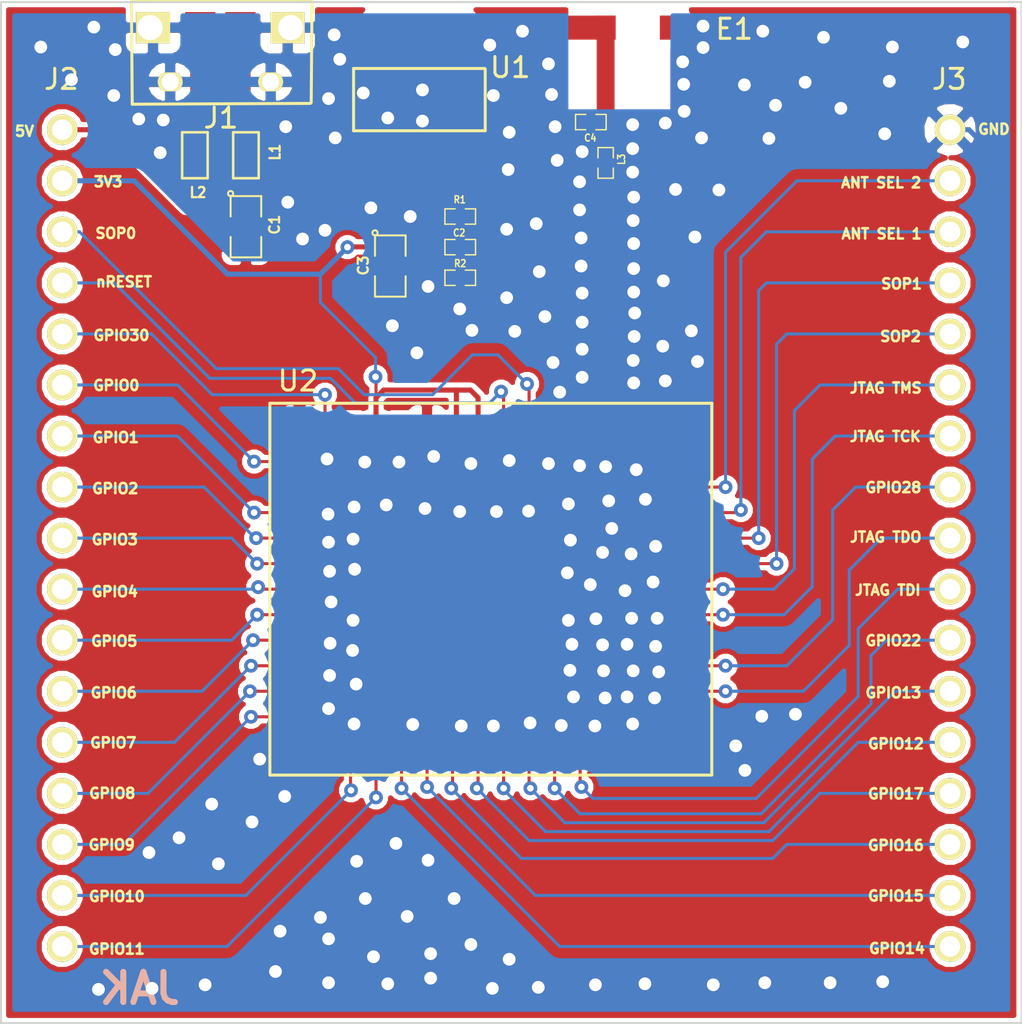
<source format=kicad_pcb>
(kicad_pcb (version 3) (host pcbnew "(2013-07-07 BZR 4022)-stable")
  (layers (15 F.Cu signal) (0 B.Cu signal) (18 B.Paste user) (19 F.Paste user) (20 B.SilkS user) (21 F.SilkS user) (22 B.Mask user) (23 F.Mask user) (28 Edge.Cuts user))
  (net 0 "")
  (net 1 +5V)
  (net 2 3V3)
  (net 3 ANT_SEL_1)
  (net 4 ANT_SEL_2)
  (net 5 GND)
  (net 6 GPIO12)
  (net 7 GPIO13)
  (net 8 GPIO14)
  (net 9 GPIO15)
  (net 10 GPIO16)
  (net 11 GPIO17)
  (net 12 GPIO22)
  (net 13 GPIO28)
  (net 14 GPIO30)
  (net 15 JTAG_TCK)
  (net 16 JTAG_TDI)
  (net 17 JTAG_TDO)
  (net 18 JTAG_TMS)
  (net 19 N-000002)
  (net 20 N-000003)
  (net 21 N-0000030)
  (net 22 N-0000031)
  (net 23 N-0000033)
  (net 24 N-0000035)
  (net 25 N-0000036)
  (net 26 N-0000039)
  (net 27 N-000004)
  (net 28 N-0000041)
  (net 29 N-0000047)
  (net 30 N-0000048)
  (net 31 N-000005)
  (net 32 N-0000051)
  (net 33 N-000006)
  (net 34 N-000008)
  (net 35 N-000009)
  (net 36 SOP0)
  (net 37 SOP1)
  (net 38 SOP2)
  (net 39 nRESET)
  (module SOT223-6 (layer F.Cu) (at 129.032 124.714)
    (fp_text reference U1 (at 4.5212 -4.6228) (layer F.SilkS))
    (fp_text value TPS79601 hide)
    (pad 3 smd rect (at 0 0) (size 0.508 2.1082) (layers F.Cu F.Paste F.Mask) (net 5 GND))
    (pad 4 smd rect (at 1.27 0) (size 0.508 2.1082) (layers F.Cu F.Paste F.Mask) (net 2 3V3))
    (pad 5 smd rect (at 2.54 0) (size 0.508 2.1082) (layers F.Cu F.Paste F.Mask) (net 27 N-000004))
    (pad 2 smd rect (at -1.27 0) (size 0.508 2.1082) (layers F.Cu F.Paste F.Mask) (net 1 +5V))
    (pad 1 smd rect (at -2.54 0) (size 0.508 2.1082) (layers F.Cu F.Paste F.Mask) (net 1 +5V))
    (pad 6 smd rect (at 0 -5.9944) (size 4.7244 2.1082) (layers F.Cu F.Paste F.Mask) (net 5 GND))
  )
  (module SM0805 (layer F.Cu) (at 120.396 128.016 270)
    (fp_text reference C1 (at -0.1016 -1.4224 270) (layer F.SilkS) (effects (font (size 0.50038 0.50038) (thickness 0.10922))))
    (fp_text value 10uF hide)
    (pad 1 smd rect (at -0.9525 0 270) (size 0.889 1.397) (layers F.Cu F.Paste F.Mask) (net 1 +5V))
    (pad 2 smd rect (at 0.9525 0 270) (size 0.889 1.397) (layers F.Cu F.Paste F.Mask) (net 5 GND))
  )
  (module SM0805 (layer F.Cu) (at 127.5842 129.9718 270)
    (fp_text reference C3 (at -0.0254 1.3462 270) (layer F.SilkS) (effects (font (size 0.50038 0.50038) (thickness 0.10922))))
    (fp_text value 10uF hide)
    (pad 1 smd rect (at -0.9525 0 270) (size 0.889 1.397) (layers F.Cu F.Paste F.Mask) (net 2 3V3))
    (pad 2 smd rect (at 0.9525 0 270) (size 0.889 1.397) (layers F.Cu F.Paste F.Mask) (net 5 GND))
  )
  (module SM0603 (layer F.Cu) (at 120.396 124.46 270)
    (fp_text reference L1 (at -0.1524 -1.4478 270) (layer F.SilkS) (effects (font (size 0.508 0.4572) (thickness 0.1143))))
    (fp_text value FB hide)
    (pad 1 smd rect (at -0.762 0 270) (size 0.635 1.143) (layers F.Cu F.Paste F.Mask) (net 19 N-000002))
    (pad 2 smd rect (at 0.762 0 270) (size 0.635 1.143) (layers F.Cu F.Paste F.Mask) (net 1 +5V))
  )
  (module SM0603 (layer F.Cu) (at 117.856 124.46 90)
    (fp_text reference L2 (at -1.8542 0.1524 180) (layer F.SilkS) (effects (font (size 0.508 0.4572) (thickness 0.1143))))
    (fp_text value FB hide)
    (pad 1 smd rect (at -0.762 0 90) (size 0.635 1.143) (layers F.Cu F.Paste F.Mask) (net 5 GND))
    (pad 2 smd rect (at 0.762 0 90) (size 0.635 1.143) (layers F.Cu F.Paste F.Mask) (net 20 N-000003))
  )
  (module SM0402 (layer F.Cu) (at 131.064 129.032)
    (fp_text reference C2 (at -0.0508 -0.7112) (layer F.SilkS) (effects (font (size 0.35052 0.3048) (thickness 0.07112))))
    (fp_text value 15pF hide)
    (pad 1 smd rect (at -0.44958 0) (size 0.39878 0.59944) (layers F.Cu F.Paste F.Mask) (net 2 3V3))
    (pad 2 smd rect (at 0.44958 0) (size 0.39878 0.59944) (layers F.Cu F.Paste F.Mask) (net 27 N-000004))
  )
  (module SM0402 (layer F.Cu) (at 131.064 127.508)
    (fp_text reference R1 (at -0.0254 -0.8382) (layer F.SilkS) (effects (font (size 0.35052 0.3048) (thickness 0.07112))))
    (fp_text value 51k hide)
    (pad 1 smd rect (at -0.44958 0) (size 0.39878 0.59944) (layers F.Cu F.Paste F.Mask) (net 2 3V3))
    (pad 2 smd rect (at 0.44958 0) (size 0.39878 0.59944) (layers F.Cu F.Paste F.Mask) (net 27 N-000004))
  )
  (module SM0402 (layer F.Cu) (at 131.064 130.556 180)
    (fp_text reference R2 (at 0 0.7112 180) (layer F.SilkS) (effects (font (size 0.35052 0.3048) (thickness 0.07112))))
    (fp_text value 30.1k hide)
    (pad 1 smd rect (at -0.44958 0 180) (size 0.39878 0.59944) (layers F.Cu F.Paste F.Mask) (net 27 N-000004))
    (pad 2 smd rect (at 0.44958 0 180) (size 0.39878 0.59944) (layers F.Cu F.Paste F.Mask) (net 5 GND))
  )
  (module SM0402 (layer F.Cu) (at 138.303 124.841 90)
    (fp_text reference L3 (at 0.1778 0.7874 90) (layer F.SilkS) (effects (font (size 0.35052 0.3048) (thickness 0.07112))))
    (fp_text value INDUCTOR hide)
    (pad 1 smd rect (at -0.44958 0 90) (size 0.39878 0.59944) (layers F.Cu F.Paste F.Mask) (net 31 N-000005))
    (pad 2 smd rect (at 0.44958 0 90) (size 0.39878 0.59944) (layers F.Cu F.Paste F.Mask) (net 32 N-0000051))
  )
  (module SM0402 (layer F.Cu) (at 137.5664 122.809 180)
    (fp_text reference C4 (at 0.0254 -0.7874 180) (layer F.SilkS) (effects (font (size 0.35052 0.3048) (thickness 0.07112))))
    (fp_text value C hide)
    (pad 1 smd rect (at -0.44958 0 180) (size 0.39878 0.59944) (layers F.Cu F.Paste F.Mask) (net 32 N-0000051))
    (pad 2 smd rect (at 0.44958 0 180) (size 0.39878 0.59944) (layers F.Cu F.Paste F.Mask) (net 5 GND))
  )
  (module CC3200 (layer F.Cu) (at 132.588 146.05)
    (fp_text reference U2 (at -9.6012 -10.3632) (layer F.SilkS))
    (fp_text value CC3200MOD hide)
    (pad 1 smd rect (at -9.525 8.05) (size 0.9 1.2) (drill (offset 0 0.15)) (layers F.Cu F.Paste F.Mask) (net 5 GND))
    (pad 2 smd rect (at -8.255 8.05) (size 0.9 1.2) (drill (offset 0 0.15)) (layers F.Cu F.Paste F.Mask) (net 5 GND))
    (pad 3 smd rect (at -6.985 8.05) (size 0.9 1.2) (drill (offset 0 0.15)) (layers F.Cu F.Paste F.Mask) (net 30 N-0000048))
    (pad 4 smd rect (at -5.715 8.05) (size 0.9 1.2) (drill (offset 0 0.15)) (layers F.Cu F.Paste F.Mask) (net 29 N-0000047))
    (pad 5 smd rect (at -4.445 8.05) (size 0.9 1.2) (drill (offset 0 0.15)) (layers F.Cu F.Paste F.Mask) (net 8 GPIO14))
    (pad 6 smd rect (at -3.175 8.05) (size 0.9 1.2) (drill (offset 0 0.15)) (layers F.Cu F.Paste F.Mask) (net 9 GPIO15))
    (pad 7 smd rect (at -1.905 8.05) (size 0.9 1.2) (drill (offset 0 0.15)) (layers F.Cu F.Paste F.Mask) (net 10 GPIO16))
    (pad 8 smd rect (at -0.635 8.05) (size 0.9 1.2) (drill (offset 0 0.15)) (layers F.Cu F.Paste F.Mask) (net 11 GPIO17))
    (pad 9 smd rect (at 0.635 8.05) (size 0.9 1.2) (drill (offset 0 0.15)) (layers F.Cu F.Paste F.Mask) (net 6 GPIO12))
    (pad 10 smd rect (at 1.905 8.05) (size 0.9 1.2) (drill (offset 0 0.15)) (layers F.Cu F.Paste F.Mask) (net 7 GPIO13))
    (pad 11 smd rect (at 3.175 8.05) (size 0.9 1.2) (drill (offset 0 0.15)) (layers F.Cu F.Paste F.Mask) (net 12 GPIO22))
    (pad 12 smd rect (at 4.445 8.05) (size 0.9 1.2) (drill (offset 0 0.15)) (layers F.Cu F.Paste F.Mask) (net 16 JTAG_TDI))
    (pad 13 smd rect (at 5.715 8.05) (size 0.9 1.2) (drill (offset 0 0.15)) (layers F.Cu F.Paste F.Mask))
    (pad 14 smd rect (at 6.985 8.05) (size 0.9 1.2) (drill (offset 0 0.15)) (layers F.Cu F.Paste F.Mask))
    (pad 15 smd rect (at 8.255 8.05) (size 0.9 1.2) (drill (offset 0 0.15)) (layers F.Cu F.Paste F.Mask))
    (pad 16 smd rect (at 9.525 8.05) (size 0.9 1.2) (drill (offset 0 0.15)) (layers F.Cu F.Paste F.Mask) (net 5 GND))
    (pad 22 smd rect (at 9.55 0) (size 1.2 0.9) (drill (offset 0.15 0)) (layers F.Cu F.Paste F.Mask) (net 18 JTAG_TMS))
    (pad 21 smd rect (at 9.55 1.27) (size 1.2 0.9) (drill (offset 0.15 0)) (layers F.Cu F.Paste F.Mask) (net 15 JTAG_TCK))
    (pad 20 smd rect (at 9.55 2.54) (size 1.2 0.9) (drill (offset 0.15 0)) (layers F.Cu F.Paste F.Mask))
    (pad 19 smd rect (at 9.55 3.81) (size 1.2 0.9) (drill (offset 0.15 0)) (layers F.Cu F.Paste F.Mask) (net 13 GPIO28))
    (pad 18 smd rect (at 9.55 5.08) (size 1.2 0.9) (drill (offset 0.15 0)) (layers F.Cu F.Paste F.Mask) (net 17 JTAG_TDO))
    (pad 17 smd rect (at 9.55 6.35) (size 1.2 0.9) (drill (offset 0.15 0)) (layers F.Cu F.Paste F.Mask))
    (pad 23 smd rect (at 9.55 -1.27) (size 1.2 0.9) (drill (offset 0.15 0)) (layers F.Cu F.Paste F.Mask) (net 38 SOP2))
    (pad 24 smd rect (at 9.55 -2.54) (size 1.2 0.9) (drill (offset 0.15 0)) (layers F.Cu F.Paste F.Mask) (net 37 SOP1))
    (pad 25 smd rect (at 9.55 -3.81) (size 1.2 0.9) (drill (offset 0.15 0)) (layers F.Cu F.Paste F.Mask) (net 3 ANT_SEL_1))
    (pad 26 smd rect (at 9.55 -5.08) (size 1.2 0.9) (drill (offset 0.15 0)) (layers F.Cu F.Paste F.Mask) (net 4 ANT_SEL_2))
    (pad 27 smd rect (at 9.55 -6.35) (size 1.2 0.9) (drill (offset 0.15 0)) (layers F.Cu F.Paste F.Mask) (net 5 GND))
    (pad 36 smd rect (at -0.635 -8.05) (size 0.9 1.2) (layers F.Cu F.Paste F.Mask) (net 2 3V3))
    (pad 37 smd rect (at -1.905 -8.05) (size 0.9 1.2) (layers F.Cu F.Paste F.Mask) (net 2 3V3))
    (pad 38 smd rect (at -3.175 -8.05) (size 0.9 1.2) (layers F.Cu F.Paste F.Mask) (net 5 GND))
    (pad 39 smd rect (at -4.445 -8.05) (size 0.9 1.2) (layers F.Cu F.Paste F.Mask))
    (pad 40 smd rect (at -5.715 -8.05) (size 0.9 1.2) (layers F.Cu F.Paste F.Mask) (net 2 3V3))
    (pad 41 smd rect (at -6.985 -8.05) (size 0.9 1.2) (layers F.Cu F.Paste F.Mask))
    (pad 42 smd rect (at -8.255 -8.05) (size 0.9 1.2) (layers F.Cu F.Paste F.Mask) (net 14 GPIO30))
    (pad 43 smd rect (at -9.525 -8.05) (size 0.9 1.2) (layers F.Cu F.Paste F.Mask) (net 5 GND))
    (pad 35 smd rect (at 0.635 -8.05) (size 0.9 1.2) (layers F.Cu F.Paste F.Mask) (net 39 nRESET))
    (pad 34 smd rect (at 1.905 -8.05) (size 0.9 1.2) (layers F.Cu F.Paste F.Mask) (net 36 SOP0))
    (pad 33 smd rect (at 3.175 -8.05) (size 0.9 1.2) (layers F.Cu F.Paste F.Mask))
    (pad 32 smd rect (at 4.445 -8.05) (size 0.9 1.2) (layers F.Cu F.Paste F.Mask) (net 5 GND))
    (pad 31 smd rect (at 5.715 -8.05) (size 0.9 1.2) (layers F.Cu F.Paste F.Mask) (net 31 N-000005))
    (pad 30 smd rect (at 6.985 -8.05) (size 0.9 1.2) (layers F.Cu F.Paste F.Mask) (net 5 GND))
    (pad 29 smd rect (at 8.255 -8.05) (size 0.9 1.2) (layers F.Cu F.Paste F.Mask))
    (pad 28 smd rect (at 9.525 -8.05) (size 0.9 1.2) (layers F.Cu F.Paste F.Mask) (net 5 GND))
    (pad 49 smd rect (at -9.55 0) (size 1.2 0.9) (layers F.Cu F.Paste F.Mask) (net 34 N-000008))
    (pad 50 smd rect (at -9.55 1.27) (size 1.2 0.9) (layers F.Cu F.Paste F.Mask) (net 23 N-0000033))
    (pad 51 smd rect (at -9.55 2.54) (size 1.2 0.9) (layers F.Cu F.Paste F.Mask) (net 22 N-0000031))
    (pad 52 smd rect (at -9.55 3.81) (size 1.2 0.9) (layers F.Cu F.Paste F.Mask) (net 21 N-0000030))
    (pad 53 smd rect (at -9.55 5.08) (size 1.2 0.9) (layers F.Cu F.Paste F.Mask) (net 28 N-0000041))
    (pad 54 smd rect (at -9.55 6.35) (size 1.2 0.9) (layers F.Cu F.Paste F.Mask) (net 24 N-0000035))
    (pad 48 smd rect (at -9.55 -1.27) (size 1.2 0.9) (layers F.Cu F.Paste F.Mask) (net 35 N-000009))
    (pad 47 smd rect (at -9.55 -2.54) (size 1.2 0.9) (layers F.Cu F.Paste F.Mask) (net 33 N-000006))
    (pad 46 smd rect (at -9.55 -3.81) (size 1.2 0.9) (layers F.Cu F.Paste F.Mask) (net 25 N-0000036))
    (pad 45 smd rect (at -9.55 -5.08) (size 1.2 0.9) (layers F.Cu F.Paste F.Mask))
    (pad 44 smd rect (at -9.55 -6.35) (size 1.2 0.9) (layers F.Cu F.Paste F.Mask) (net 26 N-0000039))
    (pad 63 smd rect (at 1.5 -1.5) (size 2 2) (layers F.Cu F.Paste F.Mask) (net 5 GND))
    (pad 60 smd rect (at 1.5 1.5) (size 2 2) (layers F.Cu F.Paste F.Mask) (net 5 GND))
    (pad 57 smd rect (at 1.5 4.5) (size 2 2) (layers F.Cu F.Paste F.Mask) (net 5 GND))
    (pad 62 smd rect (at -1.5 -1.5) (size 2 2) (layers F.Cu F.Paste F.Mask) (net 5 GND))
    (pad 61 smd rect (at -4.5 -1.5) (size 2 2) (layers F.Cu F.Paste F.Mask) (net 5 GND))
    (pad 59 smd rect (at -1.5 1.5) (size 2 2) (layers F.Cu F.Paste F.Mask) (net 5 GND))
    (pad 58 smd rect (at -4.5 1.5) (size 2 2) (layers F.Cu F.Paste F.Mask) (net 5 GND))
    (pad 56 smd rect (at -1.5 4.5) (size 2 2) (layers F.Cu F.Paste F.Mask) (net 5 GND))
    (pad 55 smd rect (at -4.5 4.5) (size 1 2) (drill (offset 0.5 0)) (layers F.Cu F.Paste F.Mask) (net 5 GND))
    (pad 55 smd rect (at -4.51 4.5 45) (size 1.41 1.41) (layers F.Cu F.Paste F.Mask) (net 5 GND))
    (pad 55 smd rect (at -4.51 3.99) (size 2 1) (layers F.Cu F.Paste F.Mask) (net 5 GND))
  )
  (module AH316M245001-T (layer F.Cu) (at 139.9032 118.11)
    (fp_text reference E1 (at 4.8006 0.0762) (layer F.SilkS))
    (fp_text value AH316M245001-T hide)
    (pad 1 smd rect (at -1.6 0) (size 1 1.2) (layers F.Cu F.Paste F.Mask) (net 32 N-0000051))
    (pad 2 smd rect (at 1.6 0) (size 1 1.2) (layers F.Cu F.Paste F.Mask) (net 5 GND))
  )
  (module CONN_MICRO_USB (layer F.Cu) (at 119.126 118.11 180)
    (fp_text reference J1 (at -0.0254 -4.4958 180) (layer F.SilkS))
    (fp_text value CONN_MICRO_USB hide)
    (pad G4 smd rect (at -1 0 180) (size 1.5 1.55) (layers F.Cu F.Paste F.Mask) (net 5 GND))
    (pad G5 smd rect (at 1 0 180) (size 1.5 1.55) (layers F.Cu F.Paste F.Mask) (net 5 GND))
    (pad G6 thru_hole rect (at 3.5 0 180) (size 1.7 1.55) (drill 1.25 (offset -0.15 0)) (layers *.Cu *.Mask F.SilkS) (net 5 GND))
    (pad 3 smd rect (at 0 -2.7 180) (size 0.4 1.35) (layers F.Cu F.Paste F.Mask))
    (pad 1 smd rect (at -1.3 -2.7 180) (size 0.4 1.35) (layers F.Cu F.Paste F.Mask) (net 19 N-000002))
    (pad 2 smd rect (at -0.65 -2.7 180) (size 0.4 1.35) (layers F.Cu F.Paste F.Mask))
    (pad 4 smd rect (at 0.65 -2.7 180) (size 0.4 1.35) (layers F.Cu F.Paste F.Mask))
    (pad 5 smd rect (at 1.3 -2.7 180) (size 0.4 1.35) (layers F.Cu F.Paste F.Mask) (net 20 N-000003))
    (pad G2 thru_hole oval (at 2.5 -2.7 180) (size 1.25 0.95) (drill 0.85) (layers *.Cu *.Mask F.SilkS) (net 5 GND))
    (pad G1 thru_hole oval (at -2.5 -2.7 180) (size 1.25 0.95) (drill 0.85) (layers *.Cu *.Mask F.SilkS) (net 5 GND))
    (pad G3 thru_hole rect (at -3.5 0 180) (size 1.7 1.55) (drill 1.25 (offset 0.15 0)) (layers *.Cu *.Mask F.SilkS) (net 5 GND))
  )
  (module HEADER-16 (layer F.Cu) (at 111.252 142.24)
    (fp_text reference J2 (at -0.04 -21.56) (layer F.SilkS))
    (fp_text value CONN1 hide)
    (pad 7 thru_hole circle (at 0 -1.27) (size 1.524 1.524) (drill 1.016) (layers *.Cu *.Mask F.SilkS) (net 33 N-000006))
    (pad 6 thru_hole circle (at 0 -3.81) (size 1.524 1.524) (drill 1.016) (layers *.Cu *.Mask F.SilkS) (net 25 N-0000036))
    (pad 5 thru_hole circle (at 0 -6.35) (size 1.524 1.524) (drill 1.016) (layers *.Cu *.Mask F.SilkS) (net 26 N-0000039))
    (pad 4 thru_hole circle (at 0 -8.89) (size 1.524 1.524) (drill 1.016) (layers *.Cu *.Mask F.SilkS) (net 14 GPIO30))
    (pad 8 thru_hole circle (at 0 1.27) (size 1.524 1.524) (drill 1.016) (layers *.Cu *.Mask F.SilkS) (net 35 N-000009))
    (pad 9 thru_hole circle (at 0 3.81) (size 1.524 1.524) (drill 1.016) (layers *.Cu *.Mask F.SilkS) (net 34 N-000008))
    (pad 10 thru_hole circle (at 0 6.35) (size 1.524 1.524) (drill 1.016) (layers *.Cu *.Mask F.SilkS) (net 23 N-0000033))
    (pad 11 thru_hole circle (at 0 8.89) (size 1.524 1.524) (drill 1.016) (layers *.Cu *.Mask F.SilkS) (net 22 N-0000031))
    (pad 12 thru_hole circle (at 0 11.43) (size 1.524 1.524) (drill 1.016) (layers *.Cu *.Mask F.SilkS) (net 21 N-0000030))
    (pad 13 thru_hole circle (at 0 13.97) (size 1.524 1.524) (drill 1.016) (layers *.Cu *.Mask F.SilkS) (net 28 N-0000041))
    (pad 14 thru_hole circle (at 0 16.51) (size 1.524 1.524) (drill 1.016) (layers *.Cu *.Mask F.SilkS) (net 24 N-0000035))
    (pad 15 thru_hole circle (at 0 19.05) (size 1.524 1.524) (drill 1.016) (layers *.Cu *.Mask F.SilkS) (net 30 N-0000048))
    (pad 3 thru_hole circle (at 0 -11.43) (size 1.524 1.524) (drill 1.016) (layers *.Cu *.Mask F.SilkS) (net 39 nRESET))
    (pad 2 thru_hole circle (at 0 -13.97) (size 1.524 1.524) (drill 1.016) (layers *.Cu *.Mask F.SilkS) (net 36 SOP0))
    (pad 1 thru_hole circle (at 0 -16.51) (size 1.524 1.524) (drill 1.016) (layers *.Cu *.Mask F.SilkS) (net 2 3V3))
    (pad 0 thru_hole circle (at 0 -19.05) (size 1.524 1.524) (drill 1.016) (layers *.Cu *.Mask F.SilkS) (net 1 +5V))
    (pad 16 thru_hole circle (at 0 21.59) (size 1.524 1.524) (drill 1.016) (layers *.Cu *.Mask F.SilkS) (net 29 N-0000047))
  )
  (module HEADER-16 (layer F.Cu) (at 155.448 142.24)
    (fp_text reference J3 (at -0.04 -21.56) (layer F.SilkS))
    (fp_text value CONN1 hide)
    (pad 7 thru_hole circle (at 0 -1.27) (size 1.524 1.524) (drill 1.016) (layers *.Cu *.Mask F.SilkS) (net 13 GPIO28))
    (pad 6 thru_hole circle (at 0 -3.81) (size 1.524 1.524) (drill 1.016) (layers *.Cu *.Mask F.SilkS) (net 15 JTAG_TCK))
    (pad 5 thru_hole circle (at 0 -6.35) (size 1.524 1.524) (drill 1.016) (layers *.Cu *.Mask F.SilkS) (net 18 JTAG_TMS))
    (pad 4 thru_hole circle (at 0 -8.89) (size 1.524 1.524) (drill 1.016) (layers *.Cu *.Mask F.SilkS) (net 38 SOP2))
    (pad 8 thru_hole circle (at 0 1.27) (size 1.524 1.524) (drill 1.016) (layers *.Cu *.Mask F.SilkS) (net 17 JTAG_TDO))
    (pad 9 thru_hole circle (at 0 3.81) (size 1.524 1.524) (drill 1.016) (layers *.Cu *.Mask F.SilkS) (net 16 JTAG_TDI))
    (pad 10 thru_hole circle (at 0 6.35) (size 1.524 1.524) (drill 1.016) (layers *.Cu *.Mask F.SilkS) (net 12 GPIO22))
    (pad 11 thru_hole circle (at 0 8.89) (size 1.524 1.524) (drill 1.016) (layers *.Cu *.Mask F.SilkS) (net 7 GPIO13))
    (pad 12 thru_hole circle (at 0 11.43) (size 1.524 1.524) (drill 1.016) (layers *.Cu *.Mask F.SilkS) (net 6 GPIO12))
    (pad 13 thru_hole circle (at 0 13.97) (size 1.524 1.524) (drill 1.016) (layers *.Cu *.Mask F.SilkS) (net 11 GPIO17))
    (pad 14 thru_hole circle (at 0 16.51) (size 1.524 1.524) (drill 1.016) (layers *.Cu *.Mask F.SilkS) (net 10 GPIO16))
    (pad 15 thru_hole circle (at 0 19.05) (size 1.524 1.524) (drill 1.016) (layers *.Cu *.Mask F.SilkS) (net 9 GPIO15))
    (pad 3 thru_hole circle (at 0 -11.43) (size 1.524 1.524) (drill 1.016) (layers *.Cu *.Mask F.SilkS) (net 37 SOP1))
    (pad 2 thru_hole circle (at 0 -13.97) (size 1.524 1.524) (drill 1.016) (layers *.Cu *.Mask F.SilkS) (net 3 ANT_SEL_1))
    (pad 1 thru_hole circle (at 0 -16.51) (size 1.524 1.524) (drill 1.016) (layers *.Cu *.Mask F.SilkS) (net 4 ANT_SEL_2))
    (pad 0 thru_hole circle (at 0 -19.05) (size 1.524 1.524) (drill 1.016) (layers *.Cu *.Mask F.SilkS) (net 5 GND))
    (pad 16 thru_hole circle (at 0 21.59) (size 1.524 1.524) (drill 1.016) (layers *.Cu *.Mask F.SilkS) (net 8 GPIO14))
  )
  (gr_text 5V (at 109.3724 123.2662) (layer F.SilkS) (effects (font (size 0.508 0.508) (thickness 0.127))))
  (gr_text 3V3 (at 113.538 125.7808) (layer F.SilkS) (effects (font (size 0.508 0.508) (thickness 0.127))))
  (gr_text SOP0 (at 113.919 128.3462) (layer F.SilkS) (effects (font (size 0.508 0.508) (thickness 0.127))))
  (gr_text nRESET (at 114.3254 130.7592) (layer F.SilkS) (effects (font (size 0.508 0.508) (thickness 0.127))))
  (gr_text GPIO30 (at 114.1984 133.4262) (layer F.SilkS) (effects (font (size 0.508 0.508) (thickness 0.127))))
  (gr_text GPIO0 (at 113.9444 135.9154) (layer F.SilkS) (effects (font (size 0.508 0.508) (thickness 0.127))))
  (gr_text GPIO1 (at 113.919 138.5062) (layer F.SilkS) (effects (font (size 0.508 0.508) (thickness 0.127))))
  (gr_text GPIO2 (at 113.8936 141.0462) (layer F.SilkS) (effects (font (size 0.508 0.508) (thickness 0.127))))
  (gr_text GPIO3 (at 113.8682 143.5862) (layer F.SilkS) (effects (font (size 0.508 0.508) (thickness 0.127))))
  (gr_text GPIO4 (at 113.8682 146.177) (layer F.SilkS) (effects (font (size 0.508 0.508) (thickness 0.127))))
  (gr_text GPIO5 (at 113.8428 148.6408) (layer F.SilkS) (effects (font (size 0.508 0.508) (thickness 0.127))))
  (gr_text GPIO6 (at 113.8174 151.2062) (layer F.SilkS) (effects (font (size 0.508 0.508) (thickness 0.127))))
  (gr_text GPIO7 (at 113.792 153.6954) (layer F.SilkS) (effects (font (size 0.508 0.508) (thickness 0.127))))
  (gr_text GPIO8 (at 113.7412 156.21) (layer F.SilkS) (effects (font (size 0.508 0.508) (thickness 0.127))))
  (gr_text GPIO9 (at 113.7158 158.7754) (layer F.SilkS) (effects (font (size 0.508 0.508) (thickness 0.127))))
  (gr_text GPIO10 (at 113.9698 161.3408) (layer F.SilkS) (effects (font (size 0.508 0.508) (thickness 0.127))))
  (gr_text GPIO11 (at 113.9698 163.957) (layer F.SilkS) (effects (font (size 0.508 0.508) (thickness 0.127))))
  (gr_text GPIO14 (at 152.8064 163.9316) (layer F.SilkS) (effects (font (size 0.508 0.508) (thickness 0.127))))
  (gr_text GPIO15 (at 152.7556 161.3154) (layer F.SilkS) (effects (font (size 0.508 0.508) (thickness 0.127))))
  (gr_text GPIO16 (at 152.7556 158.8008) (layer F.SilkS) (effects (font (size 0.508 0.508) (thickness 0.127))))
  (gr_text GPIO17 (at 152.7556 156.2354) (layer F.SilkS) (effects (font (size 0.508 0.508) (thickness 0.127))))
  (gr_text GPIO12 (at 152.7556 153.7462) (layer F.SilkS) (effects (font (size 0.508 0.508) (thickness 0.127))))
  (gr_text GPIO13 (at 152.6286 151.2062) (layer F.SilkS) (effects (font (size 0.508 0.508) (thickness 0.127))))
  (gr_text GPIO22 (at 152.6286 148.6154) (layer F.SilkS) (effects (font (size 0.508 0.508) (thickness 0.127))))
  (gr_text "JTAG TDI" (at 152.3492 146.1008) (layer F.SilkS) (effects (font (size 0.508 0.508) (thickness 0.127))))
  (gr_text "JTAG TDO" (at 152.2476 143.4592) (layer F.SilkS) (effects (font (size 0.508 0.508) (thickness 0.127))))
  (gr_text GPIO28 (at 152.6286 140.9954) (layer F.SilkS) (effects (font (size 0.508 0.508) (thickness 0.127))))
  (gr_text "JTAG TCK" (at 152.2222 138.4554) (layer F.SilkS) (effects (font (size 0.508 0.508) (thickness 0.127))))
  (gr_text "JTAG TMS" (at 152.2476 136.0424) (layer F.SilkS) (effects (font (size 0.508 0.508) (thickness 0.127))))
  (gr_text SOP2 (at 152.9842 133.477) (layer F.SilkS) (effects (font (size 0.508 0.508) (thickness 0.127))))
  (gr_text SOP1 (at 153.035 130.8608) (layer F.SilkS) (effects (font (size 0.508 0.508) (thickness 0.127))))
  (gr_text "ANT SEL 1" (at 152.0444 128.3716) (layer F.SilkS) (effects (font (size 0.508 0.508) (thickness 0.127))))
  (gr_text "ANT SEL 2" (at 152.019 125.8316) (layer F.SilkS) (effects (font (size 0.508 0.508) (thickness 0.127))))
  (gr_text GND (at 157.6324 123.1646) (layer F.SilkS) (effects (font (size 0.508 0.508) (thickness 0.127))))
  (gr_text JAK (at 115.1128 165.9128) (layer B.SilkS) (effects (font (size 1.5 1.5) (thickness 0.3)) (justify mirror)))
  (gr_line (start 108.204 167.64) (end 108.204 116.84) (angle 90) (layer Edge.Cuts) (width 0.1))
  (gr_line (start 159.004 167.64) (end 108.204 167.64) (angle 90) (layer Edge.Cuts) (width 0.1))
  (gr_line (start 159.004 116.84) (end 159.004 167.64) (angle 90) (layer Edge.Cuts) (width 0.1))
  (gr_line (start 108.204 116.84) (end 159.004 116.84) (angle 90) (layer Edge.Cuts) (width 0.1))
  (segment (start 126.492 124.714) (end 127.762 124.714) (width 0.254) (layer F.Cu) (net 1))
  (segment (start 111.252 123.19) (end 113.538 123.19) (width 0.254) (layer F.Cu) (net 1))
  (segment (start 117.4115 127.0635) (end 120.396 127.0635) (width 0.254) (layer F.Cu) (net 1))
  (segment (start 113.538 123.19) (end 117.4115 127.0635) (width 0.254) (layer F.Cu) (net 1))
  (segment (start 120.396 125.222) (end 125.984 125.222) (width 0.254) (layer F.Cu) (net 1))
  (segment (start 125.984 125.222) (end 126.492 124.714) (width 0.254) (layer F.Cu) (net 1))
  (segment (start 120.396 125.222) (end 120.396 127.0635) (width 0.254) (layer F.Cu) (net 1))
  (segment (start 124.1044 130.3782) (end 124.1044 131.7752) (width 0.1524) (layer B.Cu) (net 2))
  (segment (start 126.873 135.509) (end 126.873 138) (width 0.1524) (layer F.Cu) (net 2))
  (segment (start 126.8476 135.4836) (end 126.873 135.509) (width 0.1524) (layer F.Cu) (net 2))
  (via (at 126.8476 135.4836) (size 0.6858) (drill 0.3302) (layers F.Cu B.Cu) (net 2))
  (segment (start 126.8476 134.5184) (end 126.8476 135.4836) (width 0.1524) (layer B.Cu) (net 2))
  (segment (start 124.1044 131.7752) (end 126.8476 134.5184) (width 0.1524) (layer B.Cu) (net 2))
  (segment (start 111.252 125.73) (end 114.8334 125.73) (width 0.254) (layer B.Cu) (net 2))
  (segment (start 125.4633 129.0193) (end 127.5842 129.0193) (width 0.254) (layer F.Cu) (net 2))
  (segment (start 125.4506 129.032) (end 125.4633 129.0193) (width 0.254) (layer F.Cu) (net 2))
  (via (at 125.4506 129.032) (size 0.6858) (drill 0.3302) (layers F.Cu B.Cu) (net 2))
  (segment (start 124.1044 130.3782) (end 124.1552 130.3274) (width 0.254) (layer B.Cu) (net 2))
  (segment (start 124.1552 130.3274) (end 125.4506 129.032) (width 0.254) (layer B.Cu) (net 2))
  (segment (start 119.4816 130.3782) (end 124.1044 130.3782) (width 0.254) (layer B.Cu) (net 2))
  (segment (start 114.8334 125.73) (end 119.4816 130.3782) (width 0.254) (layer B.Cu) (net 2))
  (segment (start 127.5842 129.0193) (end 130.60172 129.0193) (width 0.254) (layer F.Cu) (net 2))
  (segment (start 130.60172 129.0193) (end 130.61442 129.032) (width 0.254) (layer F.Cu) (net 2))
  (segment (start 130.61442 127.508) (end 130.61442 129.032) (width 0.254) (layer F.Cu) (net 2))
  (segment (start 130.302 124.714) (end 130.302 127.19558) (width 0.254) (layer F.Cu) (net 2))
  (segment (start 130.302 127.19558) (end 130.61442 127.508) (width 0.254) (layer F.Cu) (net 2))
  (segment (start 130.81 136.144) (end 131.572 136.144) (width 0.254) (layer F.Cu) (net 2))
  (segment (start 131.953 136.525) (end 131.953 138) (width 0.254) (layer F.Cu) (net 2))
  (segment (start 131.572 136.144) (end 131.953 136.525) (width 0.254) (layer F.Cu) (net 2))
  (segment (start 130.8735 136.144) (end 130.81 136.144) (width 0.254) (layer F.Cu) (net 2))
  (segment (start 130.81 136.144) (end 127.254 136.144) (width 0.254) (layer F.Cu) (net 2))
  (segment (start 126.873 136.525) (end 126.873 138) (width 0.254) (layer F.Cu) (net 2))
  (segment (start 127.254 136.144) (end 126.873 136.525) (width 0.254) (layer F.Cu) (net 2))
  (segment (start 130.8735 136.144) (end 130.8735 137.8095) (width 0.254) (layer F.Cu) (net 2))
  (segment (start 130.8735 137.8095) (end 130.683 138) (width 0.254) (layer F.Cu) (net 2))
  (segment (start 155.448 128.27) (end 146.304 128.27) (width 0.1524) (layer B.Cu) (net 3))
  (segment (start 144.907 142.24) (end 142.138 142.24) (width 0.1524) (layer F.Cu) (net 3))
  (segment (start 145.034 142.113) (end 144.907 142.24) (width 0.1524) (layer F.Cu) (net 3))
  (via (at 145.034 142.113) (size 0.6858) (drill 0.3302) (layers F.Cu B.Cu) (net 3))
  (segment (start 145.034 129.54) (end 145.034 142.113) (width 0.1524) (layer B.Cu) (net 3))
  (segment (start 146.304 128.27) (end 145.034 129.54) (width 0.1524) (layer B.Cu) (net 3))
  (segment (start 155.448 125.73) (end 147.828 125.73) (width 0.1524) (layer B.Cu) (net 4))
  (segment (start 144.272 140.97) (end 142.138 140.97) (width 0.1524) (layer F.Cu) (net 4))
  (via (at 144.272 140.97) (size 0.6858) (drill 0.3302) (layers F.Cu B.Cu) (net 4))
  (segment (start 144.272 129.286) (end 144.272 140.97) (width 0.1524) (layer B.Cu) (net 4))
  (segment (start 147.828 125.73) (end 144.272 129.286) (width 0.1524) (layer B.Cu) (net 4))
  (segment (start 117.856 125.222) (end 117.0178 125.222) (width 0.254) (layer F.Cu) (net 5))
  (segment (start 110.1344 119.0244) (end 110.0836 119.0244) (width 0.254) (layer F.Cu) (net 5))
  (segment (start 110.1852 119.0752) (end 110.1344 119.0244) (width 0.254) (layer F.Cu) (net 5))
  (via (at 110.1852 119.0752) (size 0.889) (layers F.Cu B.Cu) (net 5))
  (segment (start 110.1852 119.1768) (end 110.1852 119.0752) (width 0.254) (layer B.Cu) (net 5))
  (segment (start 111.7092 120.7008) (end 110.1852 119.1768) (width 0.254) (layer B.Cu) (net 5))
  (via (at 111.7092 120.7008) (size 0.889) (layers F.Cu B.Cu) (net 5))
  (segment (start 111.7092 119.2022) (end 111.7092 120.7008) (width 0.254) (layer F.Cu) (net 5))
  (segment (start 112.8268 118.0846) (end 111.7092 119.2022) (width 0.254) (layer F.Cu) (net 5))
  (via (at 112.8268 118.0846) (size 0.889) (layers F.Cu B.Cu) (net 5))
  (segment (start 112.8268 118.1354) (end 112.8268 118.0846) (width 0.254) (layer B.Cu) (net 5))
  (segment (start 113.8936 119.2022) (end 112.8268 118.1354) (width 0.254) (layer B.Cu) (net 5))
  (via (at 113.8936 119.2022) (size 0.889) (layers F.Cu B.Cu) (net 5))
  (segment (start 113.8936 121.412) (end 113.8936 119.2022) (width 0.254) (layer F.Cu) (net 5))
  (segment (start 113.8174 121.4882) (end 113.8936 121.412) (width 0.254) (layer F.Cu) (net 5))
  (via (at 113.8174 121.4882) (size 0.889) (layers F.Cu B.Cu) (net 5))
  (segment (start 113.8936 121.4882) (end 113.8174 121.4882) (width 0.254) (layer B.Cu) (net 5))
  (segment (start 115.062 122.6566) (end 113.8936 121.4882) (width 0.254) (layer B.Cu) (net 5))
  (via (at 115.062 122.6566) (size 0.889) (layers F.Cu B.Cu) (net 5))
  (segment (start 116.2304 122.6566) (end 115.062 122.6566) (width 0.254) (layer F.Cu) (net 5))
  (segment (start 116.2812 122.7074) (end 116.2304 122.6566) (width 0.254) (layer F.Cu) (net 5))
  (via (at 116.2812 122.7074) (size 0.889) (layers F.Cu B.Cu) (net 5))
  (segment (start 116.2812 124.1806) (end 116.2812 122.7074) (width 0.254) (layer B.Cu) (net 5))
  (segment (start 116.1288 124.333) (end 116.2812 124.1806) (width 0.254) (layer B.Cu) (net 5))
  (via (at 116.1288 124.333) (size 0.889) (layers F.Cu B.Cu) (net 5))
  (segment (start 117.0178 125.222) (end 116.1288 124.333) (width 0.254) (layer F.Cu) (net 5))
  (segment (start 155.448 123.19) (end 156.3878 123.19) (width 0.254) (layer B.Cu) (net 5))
  (segment (start 113.0046 166.0144) (end 112.9284 166.0144) (width 0.254) (layer B.Cu) (net 5))
  (segment (start 113.0554 165.9636) (end 113.0046 166.0144) (width 0.254) (layer B.Cu) (net 5))
  (via (at 113.0554 165.9636) (size 0.889) (layers F.Cu B.Cu) (net 5))
  (segment (start 115.6716 165.9636) (end 113.0554 165.9636) (width 0.254) (layer F.Cu) (net 5))
  (segment (start 115.7224 165.9128) (end 115.6716 165.9636) (width 0.254) (layer F.Cu) (net 5))
  (via (at 115.7224 165.9128) (size 0.889) (layers F.Cu B.Cu) (net 5))
  (segment (start 118.1862 165.9128) (end 115.7224 165.9128) (width 0.254) (layer B.Cu) (net 5))
  (segment (start 118.364 165.735) (end 118.1862 165.9128) (width 0.254) (layer B.Cu) (net 5))
  (via (at 118.364 165.735) (size 0.889) (layers F.Cu B.Cu) (net 5))
  (segment (start 119.4308 165.735) (end 118.364 165.735) (width 0.254) (layer F.Cu) (net 5))
  (segment (start 122.0978 163.068) (end 119.4308 165.735) (width 0.254) (layer F.Cu) (net 5))
  (via (at 122.0978 163.068) (size 0.889) (layers F.Cu B.Cu) (net 5))
  (segment (start 122.0978 164.846) (end 122.0978 163.068) (width 0.254) (layer B.Cu) (net 5))
  (segment (start 121.8692 165.0746) (end 122.0978 164.846) (width 0.254) (layer B.Cu) (net 5))
  (via (at 121.8692 165.0746) (size 0.889) (layers F.Cu B.Cu) (net 5))
  (segment (start 123.952 165.0746) (end 121.8692 165.0746) (width 0.254) (layer F.Cu) (net 5))
  (segment (start 124.5108 165.6334) (end 123.952 165.0746) (width 0.254) (layer F.Cu) (net 5))
  (via (at 124.5108 165.6334) (size 0.889) (layers F.Cu B.Cu) (net 5))
  (segment (start 124.5108 163.449) (end 124.5108 165.6334) (width 0.254) (layer B.Cu) (net 5))
  (via (at 124.5108 163.449) (size 0.889) (layers F.Cu B.Cu) (net 5))
  (segment (start 124.5108 162.7886) (end 124.5108 163.449) (width 0.254) (layer F.Cu) (net 5))
  (segment (start 124.1044 162.3822) (end 124.5108 162.7886) (width 0.254) (layer F.Cu) (net 5))
  (via (at 124.1044 162.3822) (size 0.889) (layers F.Cu B.Cu) (net 5))
  (segment (start 124.1044 161.3916) (end 124.1044 162.3822) (width 0.254) (layer B.Cu) (net 5))
  (segment (start 125.9078 159.5882) (end 124.1044 161.3916) (width 0.254) (layer B.Cu) (net 5))
  (via (at 125.9078 159.5882) (size 0.889) (layers F.Cu B.Cu) (net 5))
  (segment (start 125.9078 161.0106) (end 125.9078 159.5882) (width 0.254) (layer F.Cu) (net 5))
  (segment (start 126.3396 161.4424) (end 125.9078 161.0106) (width 0.254) (layer F.Cu) (net 5))
  (via (at 126.3396 161.4424) (size 0.889) (layers F.Cu B.Cu) (net 5))
  (segment (start 126.3396 163.9316) (end 126.3396 161.4424) (width 0.254) (layer B.Cu) (net 5))
  (segment (start 126.746 164.338) (end 126.3396 163.9316) (width 0.254) (layer B.Cu) (net 5))
  (via (at 126.746 164.338) (size 0.889) (layers F.Cu B.Cu) (net 5))
  (segment (start 126.746 164.973) (end 126.746 164.338) (width 0.254) (layer F.Cu) (net 5))
  (segment (start 127.4572 165.6842) (end 126.746 164.973) (width 0.254) (layer F.Cu) (net 5))
  (via (at 127.4572 165.6842) (size 0.889) (layers F.Cu B.Cu) (net 5))
  (segment (start 129.3114 165.6842) (end 127.4572 165.6842) (width 0.254) (layer B.Cu) (net 5))
  (segment (start 129.5908 165.4048) (end 129.3114 165.6842) (width 0.254) (layer B.Cu) (net 5))
  (via (at 129.5908 165.4048) (size 0.889) (layers F.Cu B.Cu) (net 5))
  (segment (start 129.5908 164.1856) (end 129.5908 165.4048) (width 0.254) (layer F.Cu) (net 5))
  (via (at 129.5908 164.1856) (size 0.889) (layers F.Cu B.Cu) (net 5))
  (segment (start 129.5908 163.4998) (end 129.5908 164.1856) (width 0.254) (layer B.Cu) (net 5))
  (segment (start 128.4224 162.3314) (end 129.5908 163.4998) (width 0.254) (layer B.Cu) (net 5))
  (via (at 128.4224 162.3314) (size 0.889) (layers F.Cu B.Cu) (net 5))
  (segment (start 128.4224 159.258) (end 128.4224 162.3314) (width 0.254) (layer F.Cu) (net 5))
  (segment (start 127.8636 158.6992) (end 128.4224 159.258) (width 0.254) (layer F.Cu) (net 5))
  (via (at 127.8636 158.6992) (size 0.889) (layers F.Cu B.Cu) (net 5))
  (segment (start 128.6256 158.6992) (end 127.8636 158.6992) (width 0.254) (layer B.Cu) (net 5))
  (segment (start 129.4638 159.5374) (end 128.6256 158.6992) (width 0.254) (layer B.Cu) (net 5))
  (via (at 129.4638 159.5374) (size 0.889) (layers F.Cu B.Cu) (net 5))
  (segment (start 129.4638 160.147) (end 129.4638 159.5374) (width 0.254) (layer F.Cu) (net 5))
  (segment (start 130.7592 161.4424) (end 129.4638 160.147) (width 0.254) (layer F.Cu) (net 5))
  (via (at 130.7592 161.4424) (size 0.889) (layers F.Cu B.Cu) (net 5))
  (segment (start 130.7592 162.8902) (end 130.7592 161.4424) (width 0.254) (layer B.Cu) (net 5))
  (segment (start 131.5974 163.7284) (end 130.7592 162.8902) (width 0.254) (layer B.Cu) (net 5))
  (via (at 131.5974 163.7284) (size 0.889) (layers F.Cu B.Cu) (net 5))
  (segment (start 131.5974 164.846) (end 131.5974 163.7284) (width 0.254) (layer F.Cu) (net 5))
  (segment (start 132.6642 165.9128) (end 131.5974 164.846) (width 0.254) (layer F.Cu) (net 5))
  (via (at 132.6642 165.9128) (size 0.889) (layers F.Cu B.Cu) (net 5))
  (segment (start 132.6642 165.3032) (end 132.6642 165.9128) (width 0.254) (layer B.Cu) (net 5))
  (segment (start 133.5024 164.465) (end 132.6642 165.3032) (width 0.254) (layer B.Cu) (net 5))
  (via (at 133.5024 164.465) (size 0.889) (layers F.Cu B.Cu) (net 5))
  (segment (start 133.5532 164.465) (end 133.5024 164.465) (width 0.254) (layer F.Cu) (net 5))
  (segment (start 134.9502 165.862) (end 133.5532 164.465) (width 0.254) (layer F.Cu) (net 5))
  (via (at 134.9502 165.862) (size 0.889) (layers F.Cu B.Cu) (net 5))
  (segment (start 137.668 165.862) (end 134.9502 165.862) (width 0.254) (layer B.Cu) (net 5))
  (segment (start 137.795 165.735) (end 137.668 165.862) (width 0.254) (layer B.Cu) (net 5))
  (via (at 137.795 165.735) (size 0.889) (layers F.Cu B.Cu) (net 5))
  (segment (start 140.208 165.735) (end 137.795 165.735) (width 0.254) (layer F.Cu) (net 5))
  (segment (start 140.2588 165.6842) (end 140.208 165.735) (width 0.254) (layer F.Cu) (net 5))
  (via (at 140.2588 165.6842) (size 0.889) (layers F.Cu B.Cu) (net 5))
  (segment (start 143.6116 165.6842) (end 140.2588 165.6842) (width 0.254) (layer B.Cu) (net 5))
  (segment (start 143.6624 165.735) (end 143.6116 165.6842) (width 0.254) (layer B.Cu) (net 5))
  (via (at 143.6624 165.735) (size 0.889) (layers F.Cu B.Cu) (net 5))
  (segment (start 146.1262 165.735) (end 143.6624 165.735) (width 0.254) (layer F.Cu) (net 5))
  (segment (start 146.2278 165.6334) (end 146.1262 165.735) (width 0.254) (layer F.Cu) (net 5))
  (via (at 146.2278 165.6334) (size 0.889) (layers F.Cu B.Cu) (net 5))
  (segment (start 149.479 165.6334) (end 146.2278 165.6334) (width 0.254) (layer B.Cu) (net 5))
  (via (at 149.479 165.6334) (size 0.889) (layers F.Cu B.Cu) (net 5))
  (segment (start 152.0444 165.6334) (end 149.479 165.6334) (width 0.254) (layer F.Cu) (net 5))
  (segment (start 152.0952 165.5826) (end 152.0444 165.6334) (width 0.254) (layer F.Cu) (net 5))
  (via (at 152.0952 165.5826) (size 0.889) (layers F.Cu B.Cu) (net 5))
  (segment (start 156.2354 165.5826) (end 152.0952 165.5826) (width 0.254) (layer B.Cu) (net 5))
  (segment (start 157.2514 164.5666) (end 156.2354 165.5826) (width 0.254) (layer B.Cu) (net 5))
  (segment (start 157.2514 124.0536) (end 157.2514 164.5666) (width 0.254) (layer B.Cu) (net 5))
  (segment (start 156.3878 123.19) (end 157.2514 124.0536) (width 0.254) (layer B.Cu) (net 5))
  (segment (start 123.063 154.1) (end 121.49 154.1) (width 0.254) (layer F.Cu) (net 5))
  (segment (start 122.3264 156.3624) (end 122.428 156.464) (width 0.254) (layer B.Cu) (net 5))
  (via (at 122.3264 156.3624) (size 0.889) (layers F.Cu B.Cu) (net 5))
  (segment (start 121.9708 156.3624) (end 122.3264 156.3624) (width 0.254) (layer F.Cu) (net 5))
  (segment (start 120.7008 157.6324) (end 121.9708 156.3624) (width 0.254) (layer F.Cu) (net 5))
  (via (at 120.7008 157.6324) (size 0.889) (layers F.Cu B.Cu) (net 5))
  (segment (start 120.7008 158.0388) (end 120.7008 157.6324) (width 0.254) (layer B.Cu) (net 5))
  (segment (start 119.0244 159.7152) (end 120.7008 158.0388) (width 0.254) (layer B.Cu) (net 5))
  (via (at 119.0244 159.7152) (size 0.889) (layers F.Cu B.Cu) (net 5))
  (segment (start 116.1288 159.7152) (end 119.0244 159.7152) (width 0.254) (layer F.Cu) (net 5))
  (segment (start 115.57 159.1564) (end 116.1288 159.7152) (width 0.254) (layer F.Cu) (net 5))
  (via (at 115.57 159.1564) (size 0.889) (layers F.Cu B.Cu) (net 5))
  (segment (start 116.332 159.1564) (end 115.57 159.1564) (width 0.254) (layer B.Cu) (net 5))
  (segment (start 117.0686 158.4198) (end 116.332 159.1564) (width 0.254) (layer B.Cu) (net 5))
  (via (at 117.0686 158.4198) (size 0.889) (layers F.Cu B.Cu) (net 5))
  (segment (start 117.0686 158.369) (end 117.0686 158.4198) (width 0.254) (layer F.Cu) (net 5))
  (segment (start 118.6942 156.7434) (end 117.0686 158.369) (width 0.254) (layer F.Cu) (net 5))
  (via (at 118.6942 156.7434) (size 0.889) (layers F.Cu B.Cu) (net 5))
  (segment (start 118.8466 156.7434) (end 118.6942 156.7434) (width 0.254) (layer B.Cu) (net 5))
  (segment (start 121.0818 154.5082) (end 118.8466 156.7434) (width 0.254) (layer B.Cu) (net 5))
  (via (at 121.0818 154.5082) (size 0.889) (layers F.Cu B.Cu) (net 5))
  (segment (start 121.49 154.1) (end 121.0818 154.5082) (width 0.254) (layer F.Cu) (net 5))
  (segment (start 142.113 154.1) (end 144.5278 154.1) (width 0.254) (layer F.Cu) (net 5))
  (segment (start 145.415 155.2448) (end 145.4658 155.2448) (width 0.254) (layer F.Cu) (net 5))
  (segment (start 145.2372 155.067) (end 145.415 155.2448) (width 0.254) (layer F.Cu) (net 5))
  (via (at 145.2372 155.067) (size 0.889) (layers F.Cu B.Cu) (net 5))
  (segment (start 145.2372 154.7876) (end 145.2372 155.067) (width 0.254) (layer B.Cu) (net 5))
  (segment (start 147.7518 152.273) (end 145.2372 154.7876) (width 0.254) (layer B.Cu) (net 5))
  (via (at 147.7518 152.273) (size 0.889) (layers F.Cu B.Cu) (net 5))
  (segment (start 146.177 152.273) (end 147.7518 152.273) (width 0.254) (layer F.Cu) (net 5))
  (segment (start 146.0754 152.3746) (end 146.177 152.273) (width 0.254) (layer F.Cu) (net 5))
  (via (at 146.0754 152.3746) (size 0.889) (layers F.Cu B.Cu) (net 5))
  (segment (start 146.0754 152.5524) (end 146.0754 152.3746) (width 0.254) (layer B.Cu) (net 5))
  (segment (start 144.78 153.8478) (end 146.0754 152.5524) (width 0.254) (layer B.Cu) (net 5))
  (via (at 144.78 153.8478) (size 0.889) (layers F.Cu B.Cu) (net 5))
  (segment (start 144.5278 154.1) (end 144.78 153.8478) (width 0.254) (layer F.Cu) (net 5))
  (segment (start 137.033 138) (end 137.033 139.8778) (width 0.254) (layer F.Cu) (net 5))
  (via (at 138.6078 143.0274) (size 0.889) (layers F.Cu B.Cu) (net 5))
  (segment (start 139.9032 143.0274) (end 138.6078 143.0274) (width 0.254) (layer B.Cu) (net 5))
  (segment (start 140.7922 143.9164) (end 139.9032 143.0274) (width 0.254) (layer B.Cu) (net 5))
  (via (at 140.7922 143.9164) (size 0.889) (layers F.Cu B.Cu) (net 5))
  (segment (start 139.954 143.9164) (end 140.7922 143.9164) (width 0.254) (layer F.Cu) (net 5))
  (segment (start 139.573 144.2974) (end 139.954 143.9164) (width 0.254) (layer F.Cu) (net 5))
  (via (at 139.573 144.2974) (size 0.889) (layers F.Cu B.Cu) (net 5))
  (segment (start 138.2268 144.2974) (end 139.573 144.2974) (width 0.254) (layer B.Cu) (net 5))
  (segment (start 138.1506 144.2212) (end 138.2268 144.2974) (width 0.254) (layer B.Cu) (net 5))
  (via (at 138.1506 144.2212) (size 0.889) (layers F.Cu B.Cu) (net 5))
  (segment (start 137.16 144.2212) (end 138.1506 144.2212) (width 0.254) (layer F.Cu) (net 5))
  (segment (start 136.5504 143.6116) (end 137.16 144.2212) (width 0.254) (layer F.Cu) (net 5))
  (via (at 136.5504 143.6116) (size 0.889) (layers F.Cu B.Cu) (net 5))
  (segment (start 136.5504 145.0848) (end 136.5504 143.6116) (width 0.254) (layer B.Cu) (net 5))
  (segment (start 136.398 145.2372) (end 136.5504 145.0848) (width 0.254) (layer B.Cu) (net 5))
  (via (at 136.398 145.2372) (size 0.889) (layers F.Cu B.Cu) (net 5))
  (segment (start 136.9568 145.2372) (end 136.398 145.2372) (width 0.254) (layer F.Cu) (net 5))
  (segment (start 137.541 145.8214) (end 136.9568 145.2372) (width 0.254) (layer F.Cu) (net 5))
  (via (at 137.541 145.8214) (size 0.889) (layers F.Cu B.Cu) (net 5))
  (segment (start 138.9634 145.8214) (end 137.541 145.8214) (width 0.254) (layer B.Cu) (net 5))
  (segment (start 139.2682 146.1262) (end 138.9634 145.8214) (width 0.254) (layer B.Cu) (net 5))
  (via (at 139.2682 146.1262) (size 0.889) (layers F.Cu B.Cu) (net 5))
  (segment (start 140.2334 146.1262) (end 139.2682 146.1262) (width 0.254) (layer F.Cu) (net 5))
  (segment (start 140.6652 145.6944) (end 140.2334 146.1262) (width 0.254) (layer F.Cu) (net 5))
  (via (at 140.6652 145.6944) (size 0.889) (layers F.Cu B.Cu) (net 5))
  (segment (start 140.6652 147.2946) (end 140.6652 145.6944) (width 0.254) (layer B.Cu) (net 5))
  (segment (start 140.8684 147.4978) (end 140.6652 147.2946) (width 0.254) (layer B.Cu) (net 5))
  (via (at 140.8684 147.4978) (size 0.889) (layers F.Cu B.Cu) (net 5))
  (segment (start 139.5984 147.4978) (end 140.8684 147.4978) (width 0.254) (layer F.Cu) (net 5))
  (via (at 139.5984 147.4978) (size 0.889) (layers F.Cu B.Cu) (net 5))
  (segment (start 137.8458 147.4978) (end 139.5984 147.4978) (width 0.254) (layer B.Cu) (net 5))
  (segment (start 137.8204 147.5232) (end 137.8458 147.4978) (width 0.254) (layer B.Cu) (net 5))
  (via (at 137.8204 147.5232) (size 0.889) (layers F.Cu B.Cu) (net 5))
  (segment (start 136.525 147.5232) (end 137.8204 147.5232) (width 0.254) (layer F.Cu) (net 5))
  (segment (start 136.4488 147.5994) (end 136.525 147.5232) (width 0.254) (layer F.Cu) (net 5))
  (via (at 136.4488 147.5994) (size 0.889) (layers F.Cu B.Cu) (net 5))
  (segment (start 136.4488 148.6154) (end 136.4488 147.5994) (width 0.254) (layer B.Cu) (net 5))
  (segment (start 136.6266 148.7932) (end 136.4488 148.6154) (width 0.254) (layer B.Cu) (net 5))
  (via (at 136.6266 148.7932) (size 0.889) (layers F.Cu B.Cu) (net 5))
  (segment (start 138.1252 148.7932) (end 136.6266 148.7932) (width 0.254) (layer F.Cu) (net 5))
  (segment (start 138.1506 148.8186) (end 138.1252 148.7932) (width 0.254) (layer F.Cu) (net 5))
  (via (at 138.1506 148.8186) (size 0.889) (layers F.Cu B.Cu) (net 5))
  (segment (start 139.3444 148.8186) (end 138.1506 148.8186) (width 0.254) (layer B.Cu) (net 5))
  (segment (start 139.3698 148.7932) (end 139.3444 148.8186) (width 0.254) (layer B.Cu) (net 5))
  (via (at 139.3698 148.7932) (size 0.889) (layers F.Cu B.Cu) (net 5))
  (segment (start 140.6906 148.7932) (end 139.3698 148.7932) (width 0.254) (layer F.Cu) (net 5))
  (segment (start 140.7922 148.8948) (end 140.6906 148.7932) (width 0.254) (layer F.Cu) (net 5))
  (via (at 140.7922 148.8948) (size 0.889) (layers F.Cu B.Cu) (net 5))
  (segment (start 140.7922 150.0124) (end 140.7922 148.8948) (width 0.254) (layer B.Cu) (net 5))
  (segment (start 140.9446 150.1648) (end 140.7922 150.0124) (width 0.254) (layer B.Cu) (net 5))
  (via (at 140.9446 150.1648) (size 0.889) (layers F.Cu B.Cu) (net 5))
  (segment (start 139.7254 150.1648) (end 140.9446 150.1648) (width 0.254) (layer F.Cu) (net 5))
  (segment (start 139.6746 150.114) (end 139.7254 150.1648) (width 0.254) (layer F.Cu) (net 5))
  (via (at 139.6746 150.114) (size 0.889) (layers F.Cu B.Cu) (net 5))
  (segment (start 138.2014 150.114) (end 139.6746 150.114) (width 0.254) (layer B.Cu) (net 5))
  (via (at 138.2014 150.114) (size 0.889) (layers F.Cu B.Cu) (net 5))
  (segment (start 136.5504 150.114) (end 138.2014 150.114) (width 0.254) (layer F.Cu) (net 5))
  (segment (start 136.525 150.0886) (end 136.5504 150.114) (width 0.254) (layer F.Cu) (net 5))
  (via (at 136.525 150.0886) (size 0.889) (layers F.Cu B.Cu) (net 5))
  (segment (start 136.525 151.2316) (end 136.525 150.0886) (width 0.254) (layer B.Cu) (net 5))
  (segment (start 136.7028 151.4094) (end 136.525 151.2316) (width 0.254) (layer B.Cu) (net 5))
  (via (at 136.7028 151.4094) (size 0.889) (layers F.Cu B.Cu) (net 5))
  (segment (start 138.2268 151.4094) (end 136.7028 151.4094) (width 0.254) (layer F.Cu) (net 5))
  (segment (start 138.2776 151.4602) (end 138.2268 151.4094) (width 0.254) (layer F.Cu) (net 5))
  (via (at 138.2776 151.4602) (size 0.889) (layers F.Cu B.Cu) (net 5))
  (segment (start 139.319 151.4602) (end 138.2776 151.4602) (width 0.254) (layer B.Cu) (net 5))
  (segment (start 139.3698 151.4094) (end 139.319 151.4602) (width 0.254) (layer B.Cu) (net 5))
  (via (at 139.3698 151.4094) (size 0.889) (layers F.Cu B.Cu) (net 5))
  (segment (start 140.6906 151.4094) (end 139.3698 151.4094) (width 0.254) (layer F.Cu) (net 5))
  (segment (start 140.7414 151.4602) (end 140.6906 151.4094) (width 0.254) (layer F.Cu) (net 5))
  (via (at 140.7414 151.4602) (size 0.889) (layers F.Cu B.Cu) (net 5))
  (segment (start 140.7414 151.6634) (end 140.7414 151.4602) (width 0.254) (layer B.Cu) (net 5))
  (segment (start 139.6492 152.7556) (end 140.7414 151.6634) (width 0.254) (layer B.Cu) (net 5))
  (via (at 139.6492 152.7556) (size 0.889) (layers F.Cu B.Cu) (net 5))
  (segment (start 137.8712 152.7556) (end 139.6492 152.7556) (width 0.254) (layer F.Cu) (net 5))
  (segment (start 137.7696 152.8572) (end 137.8712 152.7556) (width 0.254) (layer F.Cu) (net 5))
  (via (at 137.7696 152.8572) (size 0.889) (layers F.Cu B.Cu) (net 5))
  (segment (start 136.1186 152.8572) (end 137.7696 152.8572) (width 0.254) (layer B.Cu) (net 5))
  (segment (start 136.0932 152.8318) (end 136.1186 152.8572) (width 0.254) (layer B.Cu) (net 5))
  (via (at 136.0932 152.8318) (size 0.889) (layers F.Cu B.Cu) (net 5))
  (segment (start 134.6708 152.8318) (end 136.0932 152.8318) (width 0.254) (layer F.Cu) (net 5))
  (segment (start 134.5438 152.7048) (end 134.6708 152.8318) (width 0.254) (layer F.Cu) (net 5))
  (via (at 134.5438 152.7048) (size 0.889) (layers F.Cu B.Cu) (net 5))
  (segment (start 132.8674 152.7048) (end 134.5438 152.7048) (width 0.254) (layer B.Cu) (net 5))
  (segment (start 132.715 152.8572) (end 132.8674 152.7048) (width 0.254) (layer B.Cu) (net 5))
  (via (at 132.715 152.8572) (size 0.889) (layers F.Cu B.Cu) (net 5))
  (segment (start 131.1148 152.8572) (end 132.715 152.8572) (width 0.254) (layer F.Cu) (net 5))
  (via (at 131.1148 152.8572) (size 0.889) (layers F.Cu B.Cu) (net 5))
  (segment (start 128.778 152.8572) (end 131.1148 152.8572) (width 0.254) (layer B.Cu) (net 5))
  (segment (start 128.7018 152.781) (end 128.778 152.8572) (width 0.254) (layer B.Cu) (net 5))
  (via (at 128.7018 152.781) (size 0.889) (layers F.Cu B.Cu) (net 5))
  (segment (start 125.8062 152.781) (end 128.7018 152.781) (width 0.254) (layer F.Cu) (net 5))
  (segment (start 125.7808 152.7556) (end 125.8062 152.781) (width 0.254) (layer F.Cu) (net 5))
  (via (at 125.7808 152.7556) (size 0.889) (layers F.Cu B.Cu) (net 5))
  (segment (start 125.2728 152.7556) (end 125.7808 152.7556) (width 0.254) (layer B.Cu) (net 5))
  (segment (start 124.5108 151.9936) (end 125.2728 152.7556) (width 0.254) (layer B.Cu) (net 5))
  (via (at 124.5108 151.9936) (size 0.889) (layers F.Cu B.Cu) (net 5))
  (segment (start 124.6632 151.9936) (end 124.5108 151.9936) (width 0.254) (layer F.Cu) (net 5))
  (segment (start 125.8824 150.7744) (end 124.6632 151.9936) (width 0.254) (layer F.Cu) (net 5))
  (via (at 125.8824 150.7744) (size 0.889) (layers F.Cu B.Cu) (net 5))
  (segment (start 124.9934 150.7744) (end 125.8824 150.7744) (width 0.254) (layer B.Cu) (net 5))
  (segment (start 124.5616 150.3426) (end 124.9934 150.7744) (width 0.254) (layer B.Cu) (net 5))
  (via (at 124.5616 150.3426) (size 0.889) (layers F.Cu B.Cu) (net 5))
  (segment (start 124.5616 148.7678) (end 124.5616 150.3426) (width 0.254) (layer F.Cu) (net 5))
  (segment (start 124.587 148.7424) (end 124.5616 148.7678) (width 0.254) (layer F.Cu) (net 5))
  (via (at 124.587 148.7424) (size 0.889) (layers F.Cu B.Cu) (net 5))
  (segment (start 125.349 148.7424) (end 124.587 148.7424) (width 0.254) (layer B.Cu) (net 5))
  (segment (start 125.7046 149.098) (end 125.349 148.7424) (width 0.254) (layer B.Cu) (net 5))
  (via (at 125.7046 149.098) (size 0.889) (layers F.Cu B.Cu) (net 5))
  (segment (start 125.7046 147.6248) (end 125.7046 149.098) (width 0.254) (layer F.Cu) (net 5))
  (segment (start 125.73 147.5994) (end 125.7046 147.6248) (width 0.254) (layer F.Cu) (net 5))
  (via (at 125.73 147.5994) (size 0.889) (layers F.Cu B.Cu) (net 5))
  (segment (start 125.5522 147.5994) (end 125.73 147.5994) (width 0.254) (layer B.Cu) (net 5))
  (segment (start 124.6378 146.685) (end 125.5522 147.5994) (width 0.254) (layer B.Cu) (net 5))
  (via (at 124.6378 146.685) (size 0.889) (layers F.Cu B.Cu) (net 5))
  (segment (start 124.6378 145.2372) (end 124.6378 146.685) (width 0.254) (layer F.Cu) (net 5))
  (segment (start 124.5616 145.161) (end 124.6378 145.2372) (width 0.254) (layer F.Cu) (net 5))
  (via (at 124.5616 145.161) (size 0.889) (layers F.Cu B.Cu) (net 5))
  (segment (start 125.7046 145.161) (end 124.5616 145.161) (width 0.254) (layer B.Cu) (net 5))
  (segment (start 125.8062 145.0594) (end 125.7046 145.161) (width 0.254) (layer B.Cu) (net 5))
  (via (at 125.8062 145.0594) (size 0.889) (layers F.Cu B.Cu) (net 5))
  (segment (start 125.8062 143.637) (end 125.8062 145.0594) (width 0.254) (layer F.Cu) (net 5))
  (segment (start 125.73 143.5608) (end 125.8062 143.637) (width 0.254) (layer F.Cu) (net 5))
  (via (at 125.73 143.5608) (size 0.889) (layers F.Cu B.Cu) (net 5))
  (segment (start 124.6632 143.5608) (end 125.73 143.5608) (width 0.254) (layer B.Cu) (net 5))
  (segment (start 124.5108 143.7132) (end 124.6632 143.5608) (width 0.254) (layer B.Cu) (net 5))
  (via (at 124.5108 143.7132) (size 0.889) (layers F.Cu B.Cu) (net 5))
  (segment (start 124.5108 142.3416) (end 124.5108 143.7132) (width 0.254) (layer F.Cu) (net 5))
  (segment (start 124.4854 142.3162) (end 124.5108 142.3416) (width 0.254) (layer F.Cu) (net 5))
  (via (at 124.4854 142.3162) (size 0.889) (layers F.Cu B.Cu) (net 5))
  (segment (start 124.4854 139.6238) (end 124.4854 142.3162) (width 0.254) (layer B.Cu) (net 5))
  (segment (start 124.4346 139.573) (end 124.4854 139.6238) (width 0.254) (layer B.Cu) (net 5))
  (via (at 124.4346 139.573) (size 0.889) (layers F.Cu B.Cu) (net 5))
  (segment (start 124.4346 140.6144) (end 124.4346 139.573) (width 0.254) (layer F.Cu) (net 5))
  (segment (start 125.7808 141.9606) (end 124.4346 140.6144) (width 0.254) (layer F.Cu) (net 5))
  (via (at 125.7808 141.9606) (size 0.889) (layers F.Cu B.Cu) (net 5))
  (segment (start 125.7808 140.2588) (end 125.7808 141.9606) (width 0.254) (layer B.Cu) (net 5))
  (segment (start 126.3142 139.7254) (end 125.7808 140.2588) (width 0.254) (layer B.Cu) (net 5))
  (via (at 126.3142 139.7254) (size 0.889) (layers F.Cu B.Cu) (net 5))
  (segment (start 126.3142 140.7922) (end 126.3142 139.7254) (width 0.254) (layer F.Cu) (net 5))
  (segment (start 127.381 141.859) (end 126.3142 140.7922) (width 0.254) (layer F.Cu) (net 5))
  (via (at 127.381 141.859) (size 0.889) (layers F.Cu B.Cu) (net 5))
  (segment (start 127.381 140.3604) (end 127.381 141.859) (width 0.254) (layer B.Cu) (net 5))
  (segment (start 128.016 139.7254) (end 127.381 140.3604) (width 0.254) (layer B.Cu) (net 5))
  (via (at 128.016 139.7254) (size 0.889) (layers F.Cu B.Cu) (net 5))
  (segment (start 128.016 140.7414) (end 128.016 139.7254) (width 0.254) (layer F.Cu) (net 5))
  (segment (start 129.3114 142.0368) (end 128.016 140.7414) (width 0.254) (layer F.Cu) (net 5))
  (via (at 129.3114 142.0368) (size 0.889) (layers F.Cu B.Cu) (net 5))
  (segment (start 129.3114 139.8778) (end 129.3114 142.0368) (width 0.254) (layer B.Cu) (net 5))
  (segment (start 129.7432 139.446) (end 129.3114 139.8778) (width 0.254) (layer B.Cu) (net 5))
  (via (at 129.7432 139.446) (size 0.889) (layers F.Cu B.Cu) (net 5))
  (segment (start 129.7432 140.8938) (end 129.7432 139.446) (width 0.254) (layer F.Cu) (net 5))
  (segment (start 131.0386 142.1892) (end 129.7432 140.8938) (width 0.254) (layer F.Cu) (net 5))
  (via (at 131.0386 142.1892) (size 0.889) (layers F.Cu B.Cu) (net 5))
  (segment (start 131.0386 140.3604) (end 131.0386 142.1892) (width 0.254) (layer B.Cu) (net 5))
  (segment (start 131.5974 139.8016) (end 131.0386 140.3604) (width 0.254) (layer B.Cu) (net 5))
  (via (at 131.5974 139.8016) (size 0.889) (layers F.Cu B.Cu) (net 5))
  (segment (start 131.5974 140.9192) (end 131.5974 139.8016) (width 0.254) (layer F.Cu) (net 5))
  (segment (start 132.8674 142.1892) (end 131.5974 140.9192) (width 0.254) (layer F.Cu) (net 5))
  (via (at 132.8674 142.1892) (size 0.889) (layers F.Cu B.Cu) (net 5))
  (segment (start 132.8674 140.2842) (end 132.8674 142.1892) (width 0.254) (layer B.Cu) (net 5))
  (segment (start 133.5024 139.6492) (end 132.8674 140.2842) (width 0.254) (layer B.Cu) (net 5))
  (via (at 133.5024 139.6492) (size 0.889) (layers F.Cu B.Cu) (net 5))
  (segment (start 133.5024 141.1986) (end 133.5024 139.6492) (width 0.254) (layer F.Cu) (net 5))
  (segment (start 134.4676 142.1638) (end 133.5024 141.1986) (width 0.254) (layer F.Cu) (net 5))
  (via (at 134.4676 142.1638) (size 0.889) (layers F.Cu B.Cu) (net 5))
  (segment (start 134.4676 140.7922) (end 134.4676 142.1638) (width 0.254) (layer B.Cu) (net 5))
  (segment (start 135.4582 139.8016) (end 134.4676 140.7922) (width 0.254) (layer B.Cu) (net 5))
  (via (at 135.4582 139.8016) (size 0.889) (layers F.Cu B.Cu) (net 5))
  (segment (start 135.4582 140.8176) (end 135.4582 139.8016) (width 0.254) (layer F.Cu) (net 5))
  (segment (start 136.4488 141.8082) (end 135.4582 140.8176) (width 0.254) (layer F.Cu) (net 5))
  (via (at 136.4488 141.8082) (size 0.889) (layers F.Cu B.Cu) (net 5))
  (segment (start 138.303 141.8082) (end 136.4488 141.8082) (width 0.254) (layer B.Cu) (net 5))
  (segment (start 138.4554 141.6558) (end 138.303 141.8082) (width 0.254) (layer B.Cu) (net 5))
  (via (at 138.4554 141.6558) (size 0.889) (layers F.Cu B.Cu) (net 5))
  (segment (start 140.208 141.6558) (end 138.4554 141.6558) (width 0.254) (layer F.Cu) (net 5))
  (segment (start 140.2842 141.5796) (end 140.208 141.6558) (width 0.254) (layer F.Cu) (net 5))
  (via (at 140.2842 141.5796) (size 0.889) (layers F.Cu B.Cu) (net 5))
  (segment (start 140.2842 140.5636) (end 140.2842 141.5796) (width 0.254) (layer B.Cu) (net 5))
  (segment (start 139.827 140.1064) (end 140.2842 140.5636) (width 0.254) (layer B.Cu) (net 5))
  (via (at 139.827 140.1064) (size 0.889) (layers F.Cu B.Cu) (net 5))
  (segment (start 138.4554 140.1064) (end 139.827 140.1064) (width 0.254) (layer F.Cu) (net 5))
  (segment (start 138.303 139.954) (end 138.4554 140.1064) (width 0.254) (layer F.Cu) (net 5))
  (via (at 138.303 139.954) (size 0.889) (layers F.Cu B.Cu) (net 5))
  (segment (start 137.0584 139.954) (end 138.303 139.954) (width 0.254) (layer B.Cu) (net 5))
  (segment (start 137.0076 139.9032) (end 137.0584 139.954) (width 0.254) (layer B.Cu) (net 5))
  (via (at 137.0076 139.9032) (size 0.889) (layers F.Cu B.Cu) (net 5))
  (segment (start 137.033 139.8778) (end 137.0076 139.9032) (width 0.254) (layer F.Cu) (net 5))
  (segment (start 129.032 118.7196) (end 129.032 121.0564) (width 0.254) (layer F.Cu) (net 5))
  (segment (start 129.5654 131.0894) (end 129.6416 131.0894) (width 0.254) (layer F.Cu) (net 5))
  (segment (start 129.4638 130.9878) (end 129.5654 131.0894) (width 0.254) (layer F.Cu) (net 5))
  (via (at 129.4638 130.9878) (size 0.889) (layers F.Cu B.Cu) (net 5))
  (segment (start 129.4638 128.397) (end 129.4638 130.9878) (width 0.254) (layer B.Cu) (net 5))
  (segment (start 128.5748 127.508) (end 129.4638 128.397) (width 0.254) (layer B.Cu) (net 5))
  (via (at 128.5748 127.508) (size 0.889) (layers F.Cu B.Cu) (net 5))
  (segment (start 127.0508 127.508) (end 128.5748 127.508) (width 0.254) (layer F.Cu) (net 5))
  (segment (start 126.619 127.0762) (end 127.0508 127.508) (width 0.254) (layer F.Cu) (net 5))
  (via (at 126.619 127.0762) (size 0.889) (layers F.Cu B.Cu) (net 5))
  (segment (start 125.5522 127.0762) (end 126.619 127.0762) (width 0.254) (layer B.Cu) (net 5))
  (segment (start 124.6124 128.016) (end 125.5522 127.0762) (width 0.254) (layer B.Cu) (net 5))
  (segment (start 124.5108 128.016) (end 124.6124 128.016) (width 0.254) (layer F.Cu) (net 5))
  (segment (start 124.333 128.1938) (end 124.5108 128.016) (width 0.254) (layer F.Cu) (net 5))
  (via (at 124.333 128.1938) (size 0.889) (layers F.Cu B.Cu) (net 5))
  (segment (start 123.6472 128.1938) (end 124.333 128.1938) (width 0.254) (layer B.Cu) (net 5))
  (segment (start 123.2154 128.6256) (end 123.6472 128.1938) (width 0.254) (layer B.Cu) (net 5))
  (via (at 123.2154 128.6256) (size 0.889) (layers F.Cu B.Cu) (net 5))
  (segment (start 123.2154 127.5334) (end 123.2154 128.6256) (width 0.254) (layer F.Cu) (net 5))
  (segment (start 122.4788 126.7968) (end 123.2154 127.5334) (width 0.254) (layer F.Cu) (net 5))
  (via (at 122.4788 126.7968) (size 0.889) (layers F.Cu B.Cu) (net 5))
  (segment (start 122.4788 123.1392) (end 122.4788 126.7968) (width 0.254) (layer B.Cu) (net 5))
  (segment (start 122.3772 123.0376) (end 122.4788 123.1392) (width 0.254) (layer B.Cu) (net 5))
  (via (at 122.3772 123.0376) (size 0.889) (layers F.Cu B.Cu) (net 5))
  (segment (start 124.2822 123.0376) (end 122.3772 123.0376) (width 0.254) (layer F.Cu) (net 5))
  (segment (start 124.841 123.5964) (end 124.2822 123.0376) (width 0.254) (layer F.Cu) (net 5))
  (via (at 124.841 123.5964) (size 0.889) (layers F.Cu B.Cu) (net 5))
  (segment (start 124.841 121.9708) (end 124.841 123.5964) (width 0.254) (layer B.Cu) (net 5))
  (segment (start 124.5108 121.6406) (end 124.841 121.9708) (width 0.254) (layer B.Cu) (net 5))
  (via (at 124.5108 121.6406) (size 0.889) (layers F.Cu B.Cu) (net 5))
  (segment (start 124.5108 118.745) (end 124.5108 121.6406) (width 0.254) (layer F.Cu) (net 5))
  (segment (start 124.7902 118.4656) (end 124.5108 118.745) (width 0.254) (layer F.Cu) (net 5))
  (via (at 124.7902 118.4656) (size 0.889) (layers F.Cu B.Cu) (net 5))
  (segment (start 124.7902 119.4054) (end 124.7902 118.4656) (width 0.254) (layer B.Cu) (net 5))
  (segment (start 125.0696 119.6848) (end 124.7902 119.4054) (width 0.254) (layer B.Cu) (net 5))
  (via (at 125.0696 119.6848) (size 0.889) (layers F.Cu B.Cu) (net 5))
  (segment (start 125.0696 120.1928) (end 125.0696 119.6848) (width 0.254) (layer F.Cu) (net 5))
  (segment (start 126.238 121.3612) (end 125.0696 120.1928) (width 0.254) (layer F.Cu) (net 5))
  (via (at 126.238 121.3612) (size 0.889) (layers F.Cu B.Cu) (net 5))
  (segment (start 126.238 121.3866) (end 126.238 121.3612) (width 0.254) (layer B.Cu) (net 5))
  (segment (start 127.4572 122.6058) (end 126.238 121.3866) (width 0.254) (layer B.Cu) (net 5))
  (via (at 127.4572 122.6058) (size 0.889) (layers F.Cu B.Cu) (net 5))
  (segment (start 129.032 122.6058) (end 127.4572 122.6058) (width 0.254) (layer F.Cu) (net 5))
  (segment (start 129.1844 122.7582) (end 129.032 122.6058) (width 0.254) (layer F.Cu) (net 5))
  (via (at 129.1844 122.7582) (size 0.889) (layers F.Cu B.Cu) (net 5))
  (segment (start 129.1844 121.2088) (end 129.1844 122.7582) (width 0.254) (layer B.Cu) (net 5))
  (via (at 129.1844 121.2088) (size 0.889) (layers F.Cu B.Cu) (net 5))
  (segment (start 129.032 121.0564) (end 129.1844 121.2088) (width 0.254) (layer F.Cu) (net 5))
  (segment (start 129.032 118.7196) (end 132.2832 118.7196) (width 0.254) (layer F.Cu) (net 5))
  (segment (start 132.7658 121.539) (end 132.8166 121.539) (width 0.254) (layer F.Cu) (net 5))
  (segment (start 132.715 121.4882) (end 132.7658 121.539) (width 0.254) (layer F.Cu) (net 5))
  (via (at 132.715 121.4882) (size 0.889) (layers F.Cu B.Cu) (net 5))
  (segment (start 132.715 122.5296) (end 132.715 121.4882) (width 0.254) (layer B.Cu) (net 5))
  (segment (start 133.5024 123.317) (end 132.715 122.5296) (width 0.254) (layer B.Cu) (net 5))
  (via (at 133.5024 123.317) (size 0.889) (layers F.Cu B.Cu) (net 5))
  (segment (start 133.5024 125.1204) (end 133.5024 123.317) (width 0.254) (layer F.Cu) (net 5))
  (segment (start 133.4516 125.1712) (end 133.5024 125.1204) (width 0.254) (layer F.Cu) (net 5))
  (via (at 133.4516 125.1712) (size 0.889) (layers F.Cu B.Cu) (net 5))
  (segment (start 133.4516 128.0668) (end 133.4516 125.1712) (width 0.254) (layer B.Cu) (net 5))
  (segment (start 133.3754 128.143) (end 133.4516 128.0668) (width 0.254) (layer B.Cu) (net 5))
  (via (at 133.3754 128.143) (size 0.889) (layers F.Cu B.Cu) (net 5))
  (segment (start 134.5692 128.143) (end 133.3754 128.143) (width 0.254) (layer F.Cu) (net 5))
  (segment (start 134.8486 127.8636) (end 134.5692 128.143) (width 0.254) (layer F.Cu) (net 5))
  (via (at 134.8486 127.8636) (size 0.889) (layers F.Cu B.Cu) (net 5))
  (segment (start 134.8486 130.0988) (end 134.8486 127.8636) (width 0.254) (layer B.Cu) (net 5))
  (segment (start 135.001 130.2512) (end 134.8486 130.0988) (width 0.254) (layer B.Cu) (net 5))
  (via (at 135.001 130.2512) (size 0.889) (layers F.Cu B.Cu) (net 5))
  (segment (start 134.6708 130.2512) (end 135.001 130.2512) (width 0.254) (layer F.Cu) (net 5))
  (segment (start 133.3754 131.5466) (end 134.6708 130.2512) (width 0.254) (layer F.Cu) (net 5))
  (via (at 133.3754 131.5466) (size 0.889) (layers F.Cu B.Cu) (net 5))
  (segment (start 131.5974 131.5466) (end 133.3754 131.5466) (width 0.254) (layer B.Cu) (net 5))
  (segment (start 131.0386 132.1054) (end 131.5974 131.5466) (width 0.254) (layer B.Cu) (net 5))
  (via (at 131.0386 132.1054) (size 0.889) (layers F.Cu B.Cu) (net 5))
  (segment (start 128.524 132.1054) (end 131.0386 132.1054) (width 0.254) (layer F.Cu) (net 5))
  (segment (start 127.6858 132.9436) (end 128.524 132.1054) (width 0.254) (layer F.Cu) (net 5))
  (via (at 127.6858 132.9436) (size 0.889) (layers F.Cu B.Cu) (net 5))
  (segment (start 127.6858 133.0706) (end 127.6858 132.9436) (width 0.254) (layer B.Cu) (net 5))
  (segment (start 128.905 134.2898) (end 127.6858 133.0706) (width 0.254) (layer B.Cu) (net 5))
  (via (at 128.905 134.2898) (size 0.889) (layers F.Cu B.Cu) (net 5))
  (segment (start 130.5306 134.2898) (end 128.905 134.2898) (width 0.254) (layer F.Cu) (net 5))
  (segment (start 131.6482 133.1722) (end 130.5306 134.2898) (width 0.254) (layer F.Cu) (net 5))
  (via (at 131.6482 133.1722) (size 0.889) (layers F.Cu B.Cu) (net 5))
  (segment (start 133.731 133.1722) (end 131.6482 133.1722) (width 0.254) (layer B.Cu) (net 5))
  (segment (start 133.7818 133.223) (end 133.731 133.1722) (width 0.254) (layer B.Cu) (net 5))
  (via (at 133.7818 133.223) (size 0.889) (layers F.Cu B.Cu) (net 5))
  (segment (start 134.5438 133.223) (end 133.7818 133.223) (width 0.254) (layer F.Cu) (net 5))
  (segment (start 135.2804 132.4864) (end 134.5438 133.223) (width 0.254) (layer F.Cu) (net 5))
  (via (at 135.2804 132.4864) (size 0.889) (layers F.Cu B.Cu) (net 5))
  (segment (start 135.2804 134.366) (end 135.2804 132.4864) (width 0.254) (layer B.Cu) (net 5))
  (segment (start 135.6868 134.7724) (end 135.2804 134.366) (width 0.254) (layer B.Cu) (net 5))
  (via (at 135.6868 134.7724) (size 0.889) (layers F.Cu B.Cu) (net 5))
  (segment (start 135.6868 135.9154) (end 135.6868 134.7724) (width 0.254) (layer F.Cu) (net 5))
  (segment (start 136.017 136.2456) (end 135.6868 135.9154) (width 0.254) (layer F.Cu) (net 5))
  (via (at 136.017 136.2456) (size 0.889) (layers F.Cu B.Cu) (net 5))
  (segment (start 136.398 136.2456) (end 136.017 136.2456) (width 0.254) (layer B.Cu) (net 5))
  (segment (start 137.1346 135.509) (end 136.398 136.2456) (width 0.254) (layer B.Cu) (net 5))
  (via (at 137.1346 135.509) (size 0.889) (layers F.Cu B.Cu) (net 5))
  (segment (start 137.1346 134.112) (end 137.1346 135.509) (width 0.254) (layer F.Cu) (net 5))
  (via (at 137.1346 134.112) (size 0.889) (layers F.Cu B.Cu) (net 5))
  (segment (start 137.1346 132.7658) (end 137.1346 134.112) (width 0.254) (layer B.Cu) (net 5))
  (via (at 137.1346 132.7658) (size 0.889) (layers F.Cu B.Cu) (net 5))
  (segment (start 137.1346 131.318) (end 137.1346 132.7658) (width 0.254) (layer F.Cu) (net 5))
  (via (at 137.1346 131.318) (size 0.889) (layers F.Cu B.Cu) (net 5))
  (segment (start 137.1346 130.0226) (end 137.1346 131.318) (width 0.254) (layer B.Cu) (net 5))
  (segment (start 137.0838 129.9718) (end 137.1346 130.0226) (width 0.254) (layer B.Cu) (net 5))
  (via (at 137.0838 129.9718) (size 0.889) (layers F.Cu B.Cu) (net 5))
  (segment (start 137.0838 128.5748) (end 137.0838 129.9718) (width 0.254) (layer F.Cu) (net 5))
  (via (at 137.0838 128.5748) (size 0.889) (layers F.Cu B.Cu) (net 5))
  (segment (start 137.0838 127.254) (end 137.0838 128.5748) (width 0.254) (layer B.Cu) (net 5))
  (segment (start 137.0076 127.1778) (end 137.0838 127.254) (width 0.254) (layer B.Cu) (net 5))
  (via (at 137.0076 127.1778) (size 0.889) (layers F.Cu B.Cu) (net 5))
  (segment (start 137.0076 125.7808) (end 137.0076 127.1778) (width 0.254) (layer F.Cu) (net 5))
  (via (at 137.0076 125.7808) (size 0.889) (layers F.Cu B.Cu) (net 5))
  (segment (start 137.0076 124.4092) (end 137.0076 125.7808) (width 0.254) (layer B.Cu) (net 5))
  (segment (start 137.1346 124.2822) (end 137.0076 124.4092) (width 0.254) (layer B.Cu) (net 5))
  (via (at 137.1346 124.2822) (size 0.889) (layers F.Cu B.Cu) (net 5))
  (segment (start 136.3218 124.2822) (end 137.1346 124.2822) (width 0.254) (layer F.Cu) (net 5))
  (segment (start 135.89 124.714) (end 136.3218 124.2822) (width 0.254) (layer F.Cu) (net 5))
  (via (at 135.89 124.714) (size 0.889) (layers F.Cu B.Cu) (net 5))
  (segment (start 135.89 123.1392) (end 135.89 124.714) (width 0.254) (layer B.Cu) (net 5))
  (segment (start 135.7884 123.0376) (end 135.89 123.1392) (width 0.254) (layer B.Cu) (net 5))
  (via (at 135.7884 123.0376) (size 0.889) (layers F.Cu B.Cu) (net 5))
  (segment (start 135.7884 121.6152) (end 135.7884 123.0376) (width 0.254) (layer F.Cu) (net 5))
  (segment (start 135.6106 121.4374) (end 135.7884 121.6152) (width 0.254) (layer F.Cu) (net 5))
  (via (at 135.6106 121.4374) (size 0.889) (layers F.Cu B.Cu) (net 5))
  (segment (start 135.6106 120.0658) (end 135.6106 121.4374) (width 0.254) (layer B.Cu) (net 5))
  (segment (start 135.4582 119.9134) (end 135.6106 120.0658) (width 0.254) (layer B.Cu) (net 5))
  (via (at 135.4582 119.9134) (size 0.889) (layers F.Cu B.Cu) (net 5))
  (segment (start 135.4582 119.5832) (end 135.4582 119.9134) (width 0.254) (layer F.Cu) (net 5))
  (segment (start 134.1628 118.2878) (end 135.4582 119.5832) (width 0.254) (layer F.Cu) (net 5))
  (via (at 134.1628 118.2878) (size 0.889) (layers F.Cu B.Cu) (net 5))
  (segment (start 133.223 118.2878) (end 134.1628 118.2878) (width 0.254) (layer B.Cu) (net 5))
  (segment (start 132.5372 118.9736) (end 133.223 118.2878) (width 0.254) (layer B.Cu) (net 5))
  (via (at 132.5372 118.9736) (size 0.889) (layers F.Cu B.Cu) (net 5))
  (segment (start 132.2832 118.7196) (end 132.5372 118.9736) (width 0.254) (layer F.Cu) (net 5))
  (segment (start 141.5032 118.11) (end 143.0782 117.9576) (width 0.254) (layer F.Cu) (net 5))
  (segment (start 156.083 118.8212) (end 156.1084 118.8212) (width 0.254) (layer F.Cu) (net 5))
  (via (at 156.083 118.8212) (size 0.889) (layers F.Cu B.Cu) (net 5))
  (segment (start 154.3812 118.8212) (end 156.083 118.8212) (width 0.254) (layer B.Cu) (net 5))
  (segment (start 152.4254 120.777) (end 154.3812 118.8212) (width 0.254) (layer B.Cu) (net 5))
  (via (at 152.4254 120.777) (size 0.889) (layers F.Cu B.Cu) (net 5))
  (segment (start 152.4254 119.2276) (end 152.4254 120.777) (width 0.254) (layer F.Cu) (net 5))
  (segment (start 152.5778 119.0752) (end 152.4254 119.2276) (width 0.254) (layer F.Cu) (net 5))
  (via (at 152.5778 119.0752) (size 0.889) (layers F.Cu B.Cu) (net 5))
  (segment (start 149.987 119.0752) (end 152.5778 119.0752) (width 0.254) (layer B.Cu) (net 5))
  (segment (start 148.2344 120.8278) (end 149.987 119.0752) (width 0.254) (layer B.Cu) (net 5))
  (via (at 148.2344 120.8278) (size 0.889) (layers F.Cu B.Cu) (net 5))
  (segment (start 148.2344 119.507) (end 148.2344 120.8278) (width 0.254) (layer F.Cu) (net 5))
  (segment (start 149.1488 118.5926) (end 148.2344 119.507) (width 0.254) (layer F.Cu) (net 5))
  (via (at 149.1488 118.5926) (size 0.889) (layers F.Cu B.Cu) (net 5))
  (segment (start 146.431 118.5926) (end 149.1488 118.5926) (width 0.254) (layer B.Cu) (net 5))
  (segment (start 146.1262 118.2878) (end 146.431 118.5926) (width 0.254) (layer B.Cu) (net 5))
  (via (at 146.1262 118.2878) (size 0.889) (layers F.Cu B.Cu) (net 5))
  (segment (start 146.1262 120.0404) (end 146.1262 118.2878) (width 0.254) (layer F.Cu) (net 5))
  (segment (start 145.2118 120.9548) (end 146.1262 120.0404) (width 0.254) (layer F.Cu) (net 5))
  (via (at 145.2118 120.9548) (size 0.889) (layers F.Cu B.Cu) (net 5))
  (segment (start 145.7452 120.9548) (end 145.2118 120.9548) (width 0.254) (layer B.Cu) (net 5))
  (segment (start 146.7612 121.9708) (end 145.7452 120.9548) (width 0.254) (layer B.Cu) (net 5))
  (via (at 146.7612 121.9708) (size 0.889) (layers F.Cu B.Cu) (net 5))
  (segment (start 149.86 121.9708) (end 146.7612 121.9708) (width 0.254) (layer F.Cu) (net 5))
  (segment (start 150.0124 122.1232) (end 149.86 121.9708) (width 0.254) (layer F.Cu) (net 5))
  (via (at 150.0124 122.1232) (size 0.889) (layers F.Cu B.Cu) (net 5))
  (segment (start 150.9268 122.1232) (end 150.0124 122.1232) (width 0.254) (layer B.Cu) (net 5))
  (segment (start 152.1968 123.3932) (end 150.9268 122.1232) (width 0.254) (layer B.Cu) (net 5))
  (via (at 152.1968 123.3932) (size 0.889) (layers F.Cu B.Cu) (net 5))
  (segment (start 146.6596 123.3932) (end 152.1968 123.3932) (width 0.254) (layer F.Cu) (net 5))
  (segment (start 146.431 123.6218) (end 146.6596 123.3932) (width 0.254) (layer F.Cu) (net 5))
  (via (at 146.431 123.6218) (size 0.889) (layers F.Cu B.Cu) (net 5))
  (segment (start 143.1036 123.6218) (end 146.431 123.6218) (width 0.254) (layer B.Cu) (net 5))
  (segment (start 143.0782 123.5964) (end 143.1036 123.6218) (width 0.254) (layer B.Cu) (net 5))
  (via (at 143.0782 123.5964) (size 0.889) (layers F.Cu B.Cu) (net 5))
  (segment (start 143.0782 124.8664) (end 143.0782 123.5964) (width 0.254) (layer F.Cu) (net 5))
  (segment (start 141.7828 126.1618) (end 143.0782 124.8664) (width 0.254) (layer F.Cu) (net 5))
  (via (at 141.7828 126.1618) (size 0.889) (layers F.Cu B.Cu) (net 5))
  (segment (start 143.9164 126.1618) (end 141.7828 126.1618) (width 0.254) (layer B.Cu) (net 5))
  (segment (start 143.9418 126.1872) (end 143.9164 126.1618) (width 0.254) (layer B.Cu) (net 5))
  (via (at 143.9418 126.1872) (size 0.889) (layers F.Cu B.Cu) (net 5))
  (segment (start 143.9418 127.3302) (end 143.9418 126.1872) (width 0.254) (layer F.Cu) (net 5))
  (segment (start 142.748 128.524) (end 143.9418 127.3302) (width 0.254) (layer F.Cu) (net 5))
  (via (at 142.748 128.524) (size 0.889) (layers F.Cu B.Cu) (net 5))
  (segment (start 142.748 129.1336) (end 142.748 128.524) (width 0.254) (layer B.Cu) (net 5))
  (segment (start 141.1732 130.7084) (end 142.748 129.1336) (width 0.254) (layer B.Cu) (net 5))
  (via (at 141.1732 130.7084) (size 0.889) (layers F.Cu B.Cu) (net 5))
  (segment (start 141.1732 133.9342) (end 141.1732 130.7084) (width 0.254) (layer F.Cu) (net 5))
  (segment (start 141.1478 133.9596) (end 141.1732 133.9342) (width 0.254) (layer F.Cu) (net 5))
  (via (at 141.1478 133.9596) (size 0.889) (layers F.Cu B.Cu) (net 5))
  (segment (start 141.8082 133.9596) (end 141.1478 133.9596) (width 0.254) (layer B.Cu) (net 5))
  (segment (start 142.5702 133.1976) (end 141.8082 133.9596) (width 0.254) (layer B.Cu) (net 5))
  (via (at 142.5702 133.1976) (size 0.889) (layers F.Cu B.Cu) (net 5))
  (segment (start 142.5702 134.4168) (end 142.5702 133.1976) (width 0.254) (layer F.Cu) (net 5))
  (segment (start 142.875 134.7216) (end 142.5702 134.4168) (width 0.254) (layer F.Cu) (net 5))
  (via (at 142.875 134.7216) (size 0.889) (layers F.Cu B.Cu) (net 5))
  (segment (start 142.24 134.7216) (end 142.875 134.7216) (width 0.254) (layer B.Cu) (net 5))
  (segment (start 141.2748 135.6868) (end 142.24 134.7216) (width 0.254) (layer B.Cu) (net 5))
  (via (at 141.2748 135.6868) (size 0.889) (layers F.Cu B.Cu) (net 5))
  (segment (start 139.8016 135.6868) (end 141.2748 135.6868) (width 0.254) (layer F.Cu) (net 5))
  (segment (start 139.7 135.7884) (end 139.8016 135.6868) (width 0.254) (layer F.Cu) (net 5))
  (via (at 139.7 135.7884) (size 0.889) (layers F.Cu B.Cu) (net 5))
  (segment (start 139.7 134.6962) (end 139.7 135.7884) (width 0.254) (layer B.Cu) (net 5))
  (segment (start 139.6746 134.6708) (end 139.7 134.6962) (width 0.254) (layer B.Cu) (net 5))
  (via (at 139.6746 134.6708) (size 0.889) (layers F.Cu B.Cu) (net 5))
  (segment (start 139.6746 133.5278) (end 139.6746 134.6708) (width 0.254) (layer F.Cu) (net 5))
  (segment (start 139.7254 133.477) (end 139.6746 133.5278) (width 0.254) (layer F.Cu) (net 5))
  (via (at 139.7254 133.477) (size 0.889) (layers F.Cu B.Cu) (net 5))
  (segment (start 139.7254 132.334) (end 139.7254 133.477) (width 0.254) (layer B.Cu) (net 5))
  (segment (start 139.7508 132.3086) (end 139.7254 132.334) (width 0.254) (layer B.Cu) (net 5))
  (via (at 139.7508 132.3086) (size 0.889) (layers F.Cu B.Cu) (net 5))
  (segment (start 139.7508 131.318) (end 139.7508 132.3086) (width 0.254) (layer F.Cu) (net 5))
  (segment (start 139.7 131.2672) (end 139.7508 131.318) (width 0.254) (layer F.Cu) (net 5))
  (via (at 139.7 131.2672) (size 0.889) (layers F.Cu B.Cu) (net 5))
  (segment (start 139.7 130.0988) (end 139.7 131.2672) (width 0.254) (layer B.Cu) (net 5))
  (via (at 139.7 130.0988) (size 0.889) (layers F.Cu B.Cu) (net 5))
  (segment (start 139.7 128.8542) (end 139.7 130.0988) (width 0.254) (layer F.Cu) (net 5))
  (via (at 139.7 128.8542) (size 0.889) (layers F.Cu B.Cu) (net 5))
  (segment (start 139.7 127.7366) (end 139.7 128.8542) (width 0.254) (layer B.Cu) (net 5))
  (segment (start 139.6746 127.7112) (end 139.7 127.7366) (width 0.254) (layer B.Cu) (net 5))
  (via (at 139.6746 127.7112) (size 0.889) (layers F.Cu B.Cu) (net 5))
  (segment (start 139.6746 126.5682) (end 139.6746 127.7112) (width 0.254) (layer F.Cu) (net 5))
  (segment (start 139.7 126.5428) (end 139.6746 126.5682) (width 0.254) (layer F.Cu) (net 5))
  (via (at 139.7 126.5428) (size 0.889) (layers F.Cu B.Cu) (net 5))
  (segment (start 139.7 125.349) (end 139.7 126.5428) (width 0.254) (layer B.Cu) (net 5))
  (segment (start 139.6492 125.2982) (end 139.7 125.349) (width 0.254) (layer B.Cu) (net 5))
  (via (at 139.6492 125.2982) (size 0.889) (layers F.Cu B.Cu) (net 5))
  (segment (start 139.6492 124.1298) (end 139.6492 125.2982) (width 0.254) (layer F.Cu) (net 5))
  (via (at 139.6492 124.1298) (size 0.889) (layers F.Cu B.Cu) (net 5))
  (segment (start 139.6492 122.936) (end 139.6492 124.1298) (width 0.254) (layer B.Cu) (net 5))
  (via (at 139.6492 122.936) (size 0.889) (layers F.Cu B.Cu) (net 5))
  (segment (start 141.1986 122.936) (end 139.6492 122.936) (width 0.254) (layer F.Cu) (net 5))
  (segment (start 141.2748 122.8598) (end 141.1986 122.936) (width 0.254) (layer F.Cu) (net 5))
  (via (at 141.2748 122.8598) (size 0.889) (layers F.Cu B.Cu) (net 5))
  (segment (start 141.6304 122.8598) (end 141.2748 122.8598) (width 0.254) (layer B.Cu) (net 5))
  (segment (start 142.2146 122.2756) (end 141.6304 122.8598) (width 0.254) (layer B.Cu) (net 5))
  (via (at 142.2146 122.2756) (size 0.889) (layers F.Cu B.Cu) (net 5))
  (segment (start 142.2146 120.9548) (end 142.2146 122.2756) (width 0.254) (layer F.Cu) (net 5))
  (segment (start 142.1892 120.9294) (end 142.2146 120.9548) (width 0.254) (layer F.Cu) (net 5))
  (via (at 142.1892 120.9294) (size 0.889) (layers F.Cu B.Cu) (net 5))
  (segment (start 142.1892 119.8626) (end 142.1892 120.9294) (width 0.254) (layer B.Cu) (net 5))
  (segment (start 142.1384 119.8118) (end 142.1892 119.8626) (width 0.254) (layer B.Cu) (net 5))
  (via (at 142.1384 119.8118) (size 0.889) (layers F.Cu B.Cu) (net 5))
  (segment (start 142.4432 119.8118) (end 142.1384 119.8118) (width 0.254) (layer F.Cu) (net 5))
  (segment (start 143.1544 119.1006) (end 142.4432 119.8118) (width 0.254) (layer F.Cu) (net 5))
  (via (at 143.1544 119.1006) (size 0.889) (layers F.Cu B.Cu) (net 5))
  (segment (start 143.1036 118.0846) (end 143.1544 119.1006) (width 0.254) (layer B.Cu) (net 5))
  (segment (start 143.1544 118.0338) (end 143.1036 118.0846) (width 0.254) (layer B.Cu) (net 5))
  (via (at 143.1544 118.0338) (size 0.889) (layers F.Cu B.Cu) (net 5))
  (segment (start 143.0782 117.9576) (end 143.1544 118.0338) (width 0.254) (layer F.Cu) (net 5))
  (segment (start 128.078 150.55) (end 131.088 150.55) (width 0.508) (layer F.Cu) (net 5))
  (segment (start 128.088 147.55) (end 128.088 150.54) (width 0.508) (layer F.Cu) (net 5))
  (segment (start 126.9392 151.6888) (end 126.8222 151.6888) (width 0.508) (layer F.Cu) (net 5))
  (segment (start 128.088 150.54) (end 126.9392 151.6888) (width 0.508) (layer F.Cu) (net 5))
  (segment (start 155.448 153.67) (end 150.876 153.67) (width 0.1524) (layer B.Cu) (net 6))
  (segment (start 133.223 155.956) (end 133.223 154.1) (width 0.1524) (layer F.Cu) (net 6))
  (via (at 133.223 155.956) (size 0.6858) (drill 0.3302) (layers F.Cu B.Cu) (net 6))
  (segment (start 133.223 156.0195) (end 133.223 155.956) (width 0.1524) (layer B.Cu) (net 6))
  (segment (start 135.3185 158.115) (end 133.223 156.0195) (width 0.1524) (layer B.Cu) (net 6))
  (segment (start 146.431 158.115) (end 135.3185 158.115) (width 0.1524) (layer B.Cu) (net 6))
  (segment (start 150.876 153.67) (end 146.431 158.115) (width 0.1524) (layer B.Cu) (net 6))
  (segment (start 155.448 151.13) (end 152.72074 151.13) (width 0.1524) (layer B.Cu) (net 7))
  (segment (start 134.493 155.8925) (end 134.493 154.1) (width 0.1524) (layer F.Cu) (net 7))
  (segment (start 134.5565 155.956) (end 134.493 155.8925) (width 0.1524) (layer F.Cu) (net 7))
  (via (at 134.5565 155.956) (size 0.6858) (drill 0.3302) (layers F.Cu B.Cu) (net 7))
  (segment (start 136.271 157.6705) (end 134.5565 155.956) (width 0.1524) (layer B.Cu) (net 7))
  (segment (start 146.18024 157.6705) (end 136.271 157.6705) (width 0.1524) (layer B.Cu) (net 7))
  (segment (start 152.72074 151.13) (end 146.18024 157.6705) (width 0.1524) (layer B.Cu) (net 7))
  (segment (start 155.448 163.83) (end 136.017 163.83) (width 0.1524) (layer B.Cu) (net 8))
  (segment (start 128.143 155.956) (end 128.143 154.1) (width 0.1524) (layer F.Cu) (net 8))
  (via (at 128.143 155.956) (size 0.6858) (drill 0.3302) (layers F.Cu B.Cu) (net 8))
  (segment (start 136.017 163.83) (end 128.143 155.956) (width 0.1524) (layer B.Cu) (net 8))
  (segment (start 155.448 161.29) (end 134.8105 161.29) (width 0.1524) (layer B.Cu) (net 9))
  (segment (start 129.413 155.8925) (end 129.413 154.1) (width 0.1524) (layer F.Cu) (net 9))
  (via (at 129.413 155.8925) (size 0.6858) (drill 0.3302) (layers F.Cu B.Cu) (net 9))
  (segment (start 134.8105 161.29) (end 129.413 155.8925) (width 0.1524) (layer B.Cu) (net 9))
  (segment (start 155.448 158.75) (end 147.32 158.75) (width 0.1524) (layer B.Cu) (net 10))
  (segment (start 130.683 155.8925) (end 130.683 154.1) (width 0.1524) (layer F.Cu) (net 10))
  (segment (start 130.6195 155.956) (end 130.683 155.8925) (width 0.1524) (layer F.Cu) (net 10))
  (via (at 130.6195 155.956) (size 0.6858) (drill 0.3302) (layers F.Cu B.Cu) (net 10))
  (segment (start 134.112 159.4485) (end 130.6195 155.956) (width 0.1524) (layer B.Cu) (net 10))
  (segment (start 146.6215 159.4485) (end 134.112 159.4485) (width 0.1524) (layer B.Cu) (net 10))
  (segment (start 147.32 158.75) (end 146.6215 159.4485) (width 0.1524) (layer B.Cu) (net 10))
  (segment (start 155.448 156.21) (end 148.971 156.21) (width 0.1524) (layer B.Cu) (net 11))
  (segment (start 131.953 155.8925) (end 131.953 154.1) (width 0.1524) (layer F.Cu) (net 11))
  (segment (start 131.8895 155.956) (end 131.953 155.8925) (width 0.1524) (layer F.Cu) (net 11))
  (via (at 131.8895 155.956) (size 0.6858) (drill 0.3302) (layers F.Cu B.Cu) (net 11))
  (segment (start 134.493 158.5595) (end 131.8895 155.956) (width 0.1524) (layer B.Cu) (net 11))
  (segment (start 146.6215 158.5595) (end 134.493 158.5595) (width 0.1524) (layer B.Cu) (net 11))
  (segment (start 148.971 156.21) (end 146.6215 158.5595) (width 0.1524) (layer B.Cu) (net 11))
  (segment (start 155.448 148.59) (end 152.273 148.59) (width 0.1524) (layer B.Cu) (net 12))
  (segment (start 135.763 155.956) (end 135.763 154.1) (width 0.1524) (layer F.Cu) (net 12))
  (via (at 135.763 155.956) (size 0.6858) (drill 0.3302) (layers F.Cu B.Cu) (net 12))
  (segment (start 137.033 157.226) (end 135.763 155.956) (width 0.1524) (layer B.Cu) (net 12))
  (segment (start 146.05 157.226) (end 137.033 157.226) (width 0.1524) (layer B.Cu) (net 12))
  (segment (start 151.511 151.765) (end 146.05 157.226) (width 0.1524) (layer B.Cu) (net 12))
  (segment (start 151.511 149.352) (end 151.511 151.765) (width 0.1524) (layer B.Cu) (net 12))
  (segment (start 152.273 148.59) (end 151.511 149.352) (width 0.1524) (layer B.Cu) (net 12))
  (segment (start 155.448 140.97) (end 150.749 140.97) (width 0.1524) (layer B.Cu) (net 13))
  (segment (start 144.272 149.86) (end 142.138 149.86) (width 0.1524) (layer F.Cu) (net 13))
  (via (at 144.272 149.86) (size 0.6858) (drill 0.3302) (layers F.Cu B.Cu) (net 13))
  (segment (start 147.32 149.86) (end 144.272 149.86) (width 0.1524) (layer B.Cu) (net 13))
  (segment (start 149.606 147.574) (end 147.32 149.86) (width 0.1524) (layer B.Cu) (net 13))
  (segment (start 149.606 142.113) (end 149.606 147.574) (width 0.1524) (layer B.Cu) (net 13))
  (segment (start 150.749 140.97) (end 149.606 142.113) (width 0.1524) (layer B.Cu) (net 13))
  (segment (start 111.252 133.35) (end 115.697 133.35) (width 0.1524) (layer B.Cu) (net 14))
  (segment (start 124.333 136.3726) (end 124.333 138) (width 0.1524) (layer F.Cu) (net 14))
  (via (at 124.333 136.3726) (size 0.6858) (drill 0.3302) (layers F.Cu B.Cu) (net 14))
  (segment (start 118.7196 136.3726) (end 124.333 136.3726) (width 0.1524) (layer B.Cu) (net 14))
  (segment (start 115.697 133.35) (end 118.7196 136.3726) (width 0.1524) (layer B.Cu) (net 14))
  (segment (start 155.448 138.43) (end 149.733 138.43) (width 0.1524) (layer B.Cu) (net 15))
  (segment (start 144.145 147.32) (end 142.138 147.32) (width 0.1524) (layer F.Cu) (net 15))
  (via (at 144.145 147.32) (size 0.6858) (drill 0.3302) (layers F.Cu B.Cu) (net 15))
  (segment (start 147.193 147.32) (end 144.145 147.32) (width 0.1524) (layer B.Cu) (net 15))
  (segment (start 148.59 145.923) (end 147.193 147.32) (width 0.1524) (layer B.Cu) (net 15))
  (segment (start 148.59 139.573) (end 148.59 145.923) (width 0.1524) (layer B.Cu) (net 15))
  (segment (start 149.733 138.43) (end 148.59 139.573) (width 0.1524) (layer B.Cu) (net 15))
  (segment (start 155.448 146.05) (end 152.8445 146.05) (width 0.1524) (layer B.Cu) (net 16))
  (segment (start 137.033 155.829) (end 137.033 154.1) (width 0.1524) (layer F.Cu) (net 16))
  (segment (start 137.0965 155.8925) (end 137.033 155.829) (width 0.1524) (layer F.Cu) (net 16))
  (via (at 137.0965 155.8925) (size 0.6858) (drill 0.3302) (layers F.Cu B.Cu) (net 16))
  (segment (start 137.668 156.464) (end 137.0965 155.8925) (width 0.1524) (layer B.Cu) (net 16))
  (segment (start 145.796 156.464) (end 137.668 156.464) (width 0.1524) (layer B.Cu) (net 16))
  (segment (start 150.876 151.384) (end 145.796 156.464) (width 0.1524) (layer B.Cu) (net 16))
  (segment (start 150.876 148.0185) (end 150.876 151.384) (width 0.1524) (layer B.Cu) (net 16))
  (segment (start 152.8445 146.05) (end 150.876 148.0185) (width 0.1524) (layer B.Cu) (net 16))
  (segment (start 155.448 143.51) (end 152.019 143.51) (width 0.1524) (layer B.Cu) (net 17))
  (segment (start 144.272 151.13) (end 142.138 151.13) (width 0.1524) (layer F.Cu) (net 17))
  (via (at 144.272 151.13) (size 0.6858) (drill 0.3302) (layers F.Cu B.Cu) (net 17))
  (segment (start 148.1455 151.13) (end 144.272 151.13) (width 0.1524) (layer B.Cu) (net 17))
  (segment (start 150.4315 148.844) (end 148.1455 151.13) (width 0.1524) (layer B.Cu) (net 17))
  (segment (start 150.4315 145.0975) (end 150.4315 148.844) (width 0.1524) (layer B.Cu) (net 17))
  (segment (start 152.019 143.51) (end 150.4315 145.0975) (width 0.1524) (layer B.Cu) (net 17))
  (segment (start 155.448 135.89) (end 148.971 135.89) (width 0.1524) (layer B.Cu) (net 18))
  (segment (start 144.145 146.05) (end 142.138 146.05) (width 0.1524) (layer F.Cu) (net 18))
  (via (at 144.145 146.05) (size 0.6858) (drill 0.3302) (layers F.Cu B.Cu) (net 18))
  (segment (start 146.685 146.05) (end 144.145 146.05) (width 0.1524) (layer B.Cu) (net 18))
  (segment (start 147.701 145.034) (end 146.685 146.05) (width 0.1524) (layer B.Cu) (net 18))
  (segment (start 147.701 137.16) (end 147.701 145.034) (width 0.1524) (layer B.Cu) (net 18))
  (segment (start 148.971 135.89) (end 147.701 137.16) (width 0.1524) (layer B.Cu) (net 18))
  (segment (start 120.396 123.698) (end 120.396 120.84) (width 0.254) (layer F.Cu) (net 19))
  (segment (start 120.396 120.84) (end 120.426 120.81) (width 0.254) (layer F.Cu) (net 19))
  (segment (start 117.826 120.81) (end 117.826 123.668) (width 0.254) (layer F.Cu) (net 20))
  (segment (start 117.826 123.668) (end 117.856 123.698) (width 0.254) (layer F.Cu) (net 20))
  (segment (start 111.252 153.67) (end 116.84 153.67) (width 0.1524) (layer B.Cu) (net 21))
  (segment (start 120.65 149.86) (end 123.038 149.86) (width 0.1524) (layer F.Cu) (net 21))
  (via (at 120.65 149.86) (size 0.6858) (drill 0.3302) (layers F.Cu B.Cu) (net 21))
  (segment (start 116.84 153.67) (end 120.65 149.86) (width 0.1524) (layer B.Cu) (net 21))
  (segment (start 111.252 151.13) (end 118.2116 151.13) (width 0.1524) (layer B.Cu) (net 22))
  (segment (start 120.7516 148.59) (end 123.038 148.59) (width 0.1524) (layer F.Cu) (net 22))
  (via (at 120.7516 148.59) (size 0.6858) (drill 0.3302) (layers F.Cu B.Cu) (net 22))
  (segment (start 118.2116 151.13) (end 120.7516 148.59) (width 0.1524) (layer B.Cu) (net 22))
  (segment (start 111.252 148.59) (end 119.6848 148.59) (width 0.1524) (layer B.Cu) (net 23))
  (segment (start 120.9548 147.32) (end 123.038 147.32) (width 0.1524) (layer F.Cu) (net 23))
  (via (at 120.9548 147.32) (size 0.6858) (drill 0.3302) (layers F.Cu B.Cu) (net 23))
  (segment (start 119.6848 148.59) (end 120.9548 147.32) (width 0.1524) (layer B.Cu) (net 23))
  (segment (start 111.252 158.75) (end 114.3 158.75) (width 0.1524) (layer B.Cu) (net 24))
  (segment (start 120.65 152.4) (end 123.038 152.4) (width 0.1524) (layer F.Cu) (net 24))
  (via (at 120.65 152.4) (size 0.6858) (drill 0.3302) (layers F.Cu B.Cu) (net 24))
  (segment (start 114.3 158.75) (end 120.65 152.4) (width 0.1524) (layer B.Cu) (net 24))
  (segment (start 111.252 138.43) (end 116.9924 138.43) (width 0.1524) (layer B.Cu) (net 25))
  (segment (start 120.8024 142.24) (end 123.038 142.24) (width 0.1524) (layer F.Cu) (net 25))
  (via (at 120.8024 142.24) (size 0.6858) (drill 0.3302) (layers F.Cu B.Cu) (net 25))
  (segment (start 116.9924 138.43) (end 120.8024 142.24) (width 0.1524) (layer B.Cu) (net 25))
  (segment (start 111.252 135.89) (end 116.9924 135.89) (width 0.1524) (layer B.Cu) (net 26))
  (segment (start 120.8024 139.7) (end 123.038 139.7) (width 0.1524) (layer F.Cu) (net 26))
  (via (at 120.8024 139.7) (size 0.6858) (drill 0.3302) (layers F.Cu B.Cu) (net 26))
  (segment (start 116.9924 135.89) (end 120.8024 139.7) (width 0.1524) (layer B.Cu) (net 26))
  (segment (start 110.744 135.89) (end 111.506 135.89) (width 0.254) (layer F.Cu) (net 26))
  (segment (start 131.51358 129.032) (end 131.51358 130.556) (width 0.254) (layer F.Cu) (net 27))
  (segment (start 131.51358 127.508) (end 131.51358 129.032) (width 0.254) (layer F.Cu) (net 27))
  (segment (start 131.572 124.714) (end 131.572 127.44958) (width 0.254) (layer F.Cu) (net 27))
  (segment (start 131.572 127.44958) (end 131.51358 127.508) (width 0.254) (layer F.Cu) (net 27))
  (segment (start 111.252 156.21) (end 115.5192 156.21) (width 0.1524) (layer B.Cu) (net 28))
  (segment (start 120.5992 151.13) (end 123.038 151.13) (width 0.1524) (layer F.Cu) (net 28))
  (via (at 120.5992 151.13) (size 0.6858) (drill 0.3302) (layers F.Cu B.Cu) (net 28))
  (segment (start 115.5192 156.21) (end 120.5992 151.13) (width 0.1524) (layer B.Cu) (net 28))
  (segment (start 111.252 163.83) (end 119.4562 163.83) (width 0.1524) (layer B.Cu) (net 29))
  (segment (start 126.873 156.4132) (end 126.873 154.1) (width 0.1524) (layer F.Cu) (net 29))
  (via (at 126.873 156.4132) (size 0.6858) (drill 0.3302) (layers F.Cu B.Cu) (net 29))
  (segment (start 119.4562 163.83) (end 126.873 156.4132) (width 0.1524) (layer B.Cu) (net 29))
  (segment (start 111.252 161.29) (end 120.396 161.29) (width 0.1524) (layer B.Cu) (net 30))
  (segment (start 125.603 156.0322) (end 125.603 154.1) (width 0.1524) (layer F.Cu) (net 30))
  (segment (start 125.6284 156.0576) (end 125.603 156.0322) (width 0.1524) (layer F.Cu) (net 30))
  (via (at 125.6284 156.0576) (size 0.6858) (drill 0.3302) (layers F.Cu B.Cu) (net 30))
  (segment (start 120.396 161.29) (end 125.6284 156.0576) (width 0.1524) (layer B.Cu) (net 30))
  (segment (start 138.303 125.5522) (end 138.303 138) (width 0.889) (layer F.Cu) (net 31))
  (segment (start 138.303 125.52426) (end 138.303 125.5522) (width 0.254) (layer F.Cu) (net 31))
  (segment (start 138.303 125.5522) (end 138.303 125.29058) (width 0.254) (layer F.Cu) (net 31))
  (segment (start 138.303 125.8062) (end 138.303 125.52426) (width 0.254) (layer F.Cu) (net 31))
  (segment (start 137.7696 118.11) (end 135.763 118.11) (width 1.1938) (layer F.Cu) (net 32))
  (segment (start 138.3032 118.11) (end 137.7696 118.11) (width 0.254) (layer F.Cu) (net 32))
  (segment (start 137.7696 118.11) (end 137.4394 118.11) (width 0.254) (layer F.Cu) (net 32))
  (segment (start 137.4394 118.11) (end 137.4648 118.11) (width 0.254) (layer F.Cu) (net 32))
  (segment (start 137.88898 122.8852) (end 137.9474 122.8852) (width 0.254) (layer F.Cu) (net 32))
  (segment (start 137.9474 122.8852) (end 138.303 122.5296) (width 0.254) (layer F.Cu) (net 32))
  (segment (start 138.303 124.1552) (end 138.303 122.5296) (width 0.889) (layer F.Cu) (net 32))
  (segment (start 138.303 122.5296) (end 138.303 118.1102) (width 0.889) (layer F.Cu) (net 32))
  (segment (start 138.303 118.1102) (end 138.3032 118.11) (width 0.889) (layer F.Cu) (net 32))
  (segment (start 138.303 124.39142) (end 138.303 124.1552) (width 0.254) (layer F.Cu) (net 32))
  (segment (start 138.303 124.1552) (end 138.303 123.952) (width 0.254) (layer F.Cu) (net 32))
  (segment (start 111.252 140.97) (end 118.3132 140.97) (width 0.1524) (layer B.Cu) (net 33))
  (segment (start 120.904 143.51) (end 123.038 143.51) (width 0.1524) (layer F.Cu) (net 33))
  (via (at 120.904 143.51) (size 0.6858) (drill 0.3302) (layers F.Cu B.Cu) (net 33))
  (segment (start 120.8532 143.51) (end 120.904 143.51) (width 0.1524) (layer B.Cu) (net 33))
  (segment (start 118.3132 140.97) (end 120.8532 143.51) (width 0.1524) (layer B.Cu) (net 33))
  (segment (start 111.252 146.05) (end 120.904 146.05) (width 0.1524) (layer B.Cu) (net 34))
  (segment (start 121.1072 146.05) (end 123.038 146.05) (width 0.1524) (layer F.Cu) (net 34))
  (segment (start 121.0056 145.9484) (end 121.1072 146.05) (width 0.1524) (layer F.Cu) (net 34))
  (via (at 121.0056 145.9484) (size 0.6858) (drill 0.3302) (layers F.Cu B.Cu) (net 34))
  (segment (start 120.904 146.05) (end 121.0056 145.9484) (width 0.1524) (layer B.Cu) (net 34))
  (segment (start 110.744 146.05) (end 111.506 146.05) (width 0.254) (layer F.Cu) (net 34))
  (segment (start 111.252 143.51) (end 119.6848 143.51) (width 0.1524) (layer B.Cu) (net 35))
  (segment (start 120.9548 144.78) (end 123.038 144.78) (width 0.1524) (layer F.Cu) (net 35))
  (via (at 120.9548 144.78) (size 0.6858) (drill 0.3302) (layers F.Cu B.Cu) (net 35))
  (segment (start 119.6848 143.51) (end 120.9548 144.78) (width 0.1524) (layer B.Cu) (net 35))
  (segment (start 111.252 128.27) (end 112.1156 128.27) (width 0.1524) (layer B.Cu) (net 36))
  (segment (start 134.493 135.9408) (end 134.493 138) (width 0.1524) (layer F.Cu) (net 36))
  (segment (start 134.3914 135.8392) (end 134.493 135.9408) (width 0.1524) (layer F.Cu) (net 36))
  (via (at 134.3914 135.8392) (size 0.6858) (drill 0.3302) (layers F.Cu B.Cu) (net 36))
  (segment (start 132.9436 134.3914) (end 134.3914 135.8392) (width 0.1524) (layer B.Cu) (net 36))
  (segment (start 131.6736 134.3914) (end 132.9436 134.3914) (width 0.1524) (layer B.Cu) (net 36))
  (segment (start 129.692402 136.372598) (end 131.6736 134.3914) (width 0.1524) (layer B.Cu) (net 36))
  (segment (start 126.288798 136.372598) (end 129.692402 136.372598) (width 0.1524) (layer B.Cu) (net 36))
  (segment (start 124.9934 135.0772) (end 126.288798 136.372598) (width 0.1524) (layer B.Cu) (net 36))
  (segment (start 118.9228 135.0772) (end 124.9934 135.0772) (width 0.1524) (layer B.Cu) (net 36))
  (segment (start 112.1156 128.27) (end 118.9228 135.0772) (width 0.1524) (layer B.Cu) (net 36))
  (segment (start 155.448 130.81) (end 146.304 130.81) (width 0.1524) (layer B.Cu) (net 37))
  (segment (start 145.923 143.51) (end 142.138 143.51) (width 0.1524) (layer F.Cu) (net 37))
  (via (at 145.923 143.51) (size 0.6858) (drill 0.3302) (layers F.Cu B.Cu) (net 37))
  (segment (start 145.923 131.191) (end 145.923 143.51) (width 0.1524) (layer B.Cu) (net 37))
  (segment (start 146.304 130.81) (end 145.923 131.191) (width 0.1524) (layer B.Cu) (net 37))
  (segment (start 155.448 133.35) (end 147.32 133.35) (width 0.1524) (layer B.Cu) (net 38))
  (segment (start 146.812 144.78) (end 142.138 144.78) (width 0.1524) (layer F.Cu) (net 38))
  (via (at 146.812 144.78) (size 0.6858) (drill 0.3302) (layers F.Cu B.Cu) (net 38))
  (segment (start 146.812 133.858) (end 146.812 144.78) (width 0.1524) (layer B.Cu) (net 38))
  (segment (start 147.32 133.35) (end 146.812 133.858) (width 0.1524) (layer B.Cu) (net 38))
  (segment (start 111.252 130.81) (end 113.8428 130.81) (width 0.1524) (layer B.Cu) (net 39))
  (segment (start 133.223 136.3472) (end 133.223 138) (width 0.1524) (layer F.Cu) (net 39))
  (segment (start 133.096 136.2202) (end 133.223 136.3472) (width 0.1524) (layer F.Cu) (net 39))
  (via (at 133.096 136.2202) (size 0.6858) (drill 0.3302) (layers F.Cu B.Cu) (net 39))
  (segment (start 132.5372 136.779) (end 133.096 136.2202) (width 0.1524) (layer B.Cu) (net 39))
  (segment (start 125.8316 136.779) (end 132.5372 136.779) (width 0.1524) (layer B.Cu) (net 39))
  (segment (start 124.6124 135.5598) (end 125.8316 136.779) (width 0.1524) (layer B.Cu) (net 39))
  (segment (start 118.5926 135.5598) (end 124.6124 135.5598) (width 0.1524) (layer B.Cu) (net 39))
  (segment (start 113.8428 130.81) (end 118.5926 135.5598) (width 0.1524) (layer B.Cu) (net 39))
  (zone (net 5) (net_name GND) (layer F.Cu) (connect_pads (clearance 0.1524)) (min_thickness 0.254) (fill (arc_segments 16) (thermal_gap 0.508) (thermal_bridge_width 0.508))
    (polygon (pts (xy 158.75 167.386) (xy 108.458 167.386) (xy 108.458 117.094) (xy 158.75 117.094)))
  )
  (zone (net 5) (net_name GND) (layer B.Cu) (connect_pads (clearance 0.508)) (min_thickness 0.254) (fill (arc_segments 16) (thermal_gap 0.508) (thermal_bridge_width 0.508))
    (polygon (pts (xy 158.9024 167.5384) (xy 108.3056 167.5384) (xy 108.3056 116.9416) (xy 158.9024 116.9416)))
  )
  (zone (net 0) (net_name "") (layer F.Cu) (connect_pads (clearance 0.508)) (min_thickness 0.254)
    (keepout (tracks allowed) (vias allowed) (copperpour not_allowed))
    (fill (arc_segments 16) (thermal_gap 0.508) (thermal_bridge_width 0.508))
    (polygon (pts (xy 141.5288 122.174) (xy 136.4488 122.174) (xy 136.4488 117.094) (xy 141.5288 117.094)))
  )
  (zone (net 0) (net_name "") (layer F.Cu) (connect_pads (clearance 0.1524)) (min_thickness 0.4826)
    (keepout (tracks allowed) (vias allowed) (copperpour not_allowed))
    (fill (arc_segments 16) (thermal_gap 0.508) (thermal_bridge_width 0.508))
    (polygon (pts (xy 138.8999 125.8316) (xy 138.7475 125.8316) (xy 138.7475 123.952) (xy 138.8999 123.952)))
  )
  (zone (net 0) (net_name "") (layer F.Cu) (connect_pads (clearance 0.1524)) (min_thickness 0.4826)
    (keepout (tracks allowed) (vias allowed) (copperpour not_allowed))
    (fill (arc_segments 16) (thermal_gap 0.508) (thermal_bridge_width 0.508))
    (polygon (pts (xy 137.8585 125.8316) (xy 137.7061 125.8316) (xy 137.7061 123.9139) (xy 137.8585 123.9139)))
  )
  (zone (net 0) (net_name "") (layer B.Cu) (connect_pads (clearance 0.1524)) (min_thickness 0.254)
    (keepout (tracks allowed) (vias allowed) (copperpour not_allowed))
    (fill (arc_segments 16) (thermal_gap 0.508) (thermal_bridge_width 0.508))
    (polygon (pts (xy 141.5288 116.9416) (xy 141.5288 122.174) (xy 136.4488 122.174) (xy 136.4488 116.9416)))
  )
)
</source>
